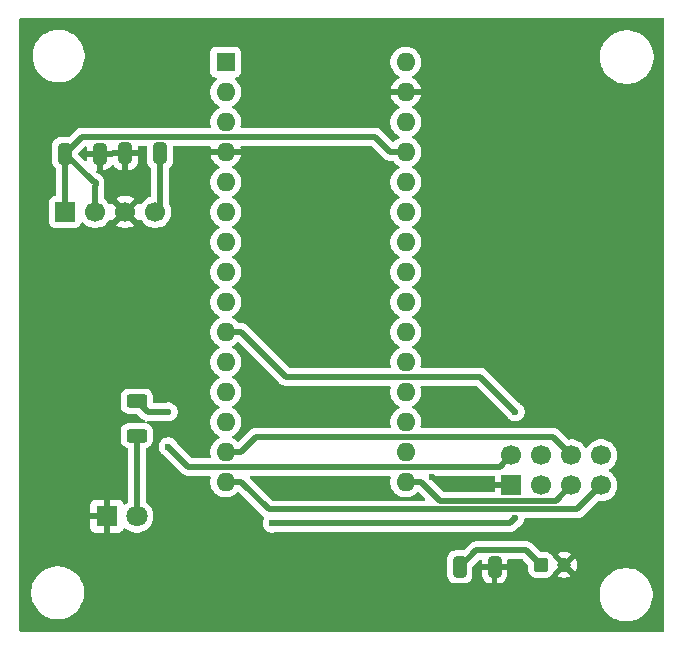
<source format=gbr>
%TF.GenerationSoftware,KiCad,Pcbnew,9.0.5*%
%TF.CreationDate,2025-11-11T16:31:37-05:00*%
%TF.ProjectId,Base_station_PCB_V0.3.1,42617365-5f73-4746-9174-696f6e5f5043,rev?*%
%TF.SameCoordinates,Original*%
%TF.FileFunction,Copper,L1,Top*%
%TF.FilePolarity,Positive*%
%FSLAX46Y46*%
G04 Gerber Fmt 4.6, Leading zero omitted, Abs format (unit mm)*
G04 Created by KiCad (PCBNEW 9.0.5) date 2025-11-11 16:31:37*
%MOMM*%
%LPD*%
G01*
G04 APERTURE LIST*
G04 Aperture macros list*
%AMRoundRect*
0 Rectangle with rounded corners*
0 $1 Rounding radius*
0 $2 $3 $4 $5 $6 $7 $8 $9 X,Y pos of 4 corners*
0 Add a 4 corners polygon primitive as box body*
4,1,4,$2,$3,$4,$5,$6,$7,$8,$9,$2,$3,0*
0 Add four circle primitives for the rounded corners*
1,1,$1+$1,$2,$3*
1,1,$1+$1,$4,$5*
1,1,$1+$1,$6,$7*
1,1,$1+$1,$8,$9*
0 Add four rect primitives between the rounded corners*
20,1,$1+$1,$2,$3,$4,$5,0*
20,1,$1+$1,$4,$5,$6,$7,0*
20,1,$1+$1,$6,$7,$8,$9,0*
20,1,$1+$1,$8,$9,$2,$3,0*%
G04 Aperture macros list end*
%TA.AperFunction,SMDPad,CuDef*%
%ADD10RoundRect,0.250000X0.625000X-0.312500X0.625000X0.312500X-0.625000X0.312500X-0.625000X-0.312500X0*%
%TD*%
%TA.AperFunction,ComponentPad*%
%ADD11R,1.800000X1.800000*%
%TD*%
%TA.AperFunction,ComponentPad*%
%ADD12C,1.800000*%
%TD*%
%TA.AperFunction,ComponentPad*%
%ADD13R,1.700000X1.700000*%
%TD*%
%TA.AperFunction,ComponentPad*%
%ADD14C,1.700000*%
%TD*%
%TA.AperFunction,ComponentPad*%
%ADD15RoundRect,0.250000X-0.350000X-0.350000X0.350000X-0.350000X0.350000X0.350000X-0.350000X0.350000X0*%
%TD*%
%TA.AperFunction,ComponentPad*%
%ADD16C,1.200000*%
%TD*%
%TA.AperFunction,SMDPad,CuDef*%
%ADD17RoundRect,0.250000X-0.325000X-0.650000X0.325000X-0.650000X0.325000X0.650000X-0.325000X0.650000X0*%
%TD*%
%TA.AperFunction,SMDPad,CuDef*%
%ADD18RoundRect,0.250000X0.325000X0.650000X-0.325000X0.650000X-0.325000X-0.650000X0.325000X-0.650000X0*%
%TD*%
%TA.AperFunction,ComponentPad*%
%ADD19R,1.600000X1.600000*%
%TD*%
%TA.AperFunction,ComponentPad*%
%ADD20O,1.600000X1.600000*%
%TD*%
%TA.AperFunction,ViaPad*%
%ADD21C,0.600000*%
%TD*%
%TA.AperFunction,Conductor*%
%ADD22C,0.500000*%
%TD*%
G04 APERTURE END LIST*
D10*
%TO.P,R1,1*%
%TO.N,Net-(D1-A)*%
X100160000Y-101072500D03*
%TO.P,R1,2*%
%TO.N,Net-(A1-D3)*%
X100160000Y-98147500D03*
%TD*%
D11*
%TO.P,D1,1,K*%
%TO.N,GND*%
X97620000Y-107890000D03*
D12*
%TO.P,D1,2,A*%
%TO.N,Net-(D1-A)*%
X100160000Y-107890000D03*
%TD*%
D13*
%TO.P,U1,1,GND*%
%TO.N,GND*%
X131850000Y-105280000D03*
D14*
%TO.P,U1,2,VCC*%
%TO.N,Net-(J1-Pin_4)*%
X131850000Y-102740000D03*
%TO.P,U1,3,CE*%
%TO.N,Net-(A1-D6)*%
X134390000Y-105280000D03*
%TO.P,U1,4,~{CSN}*%
%TO.N,Net-(A1-D7)*%
X134390000Y-102740000D03*
%TO.P,U1,5,SCK*%
%TO.N,Net-(A1-D13)*%
X136930000Y-105280000D03*
%TO.P,U1,6,MOSI*%
%TO.N,Net-(A1-D11)*%
X136930000Y-102740000D03*
%TO.P,U1,7,MISO*%
%TO.N,Net-(A1-D12)*%
X139470000Y-105280000D03*
%TO.P,U1,8,IRQ*%
%TO.N,unconnected-(U1-IRQ-Pad8)*%
X139470000Y-102740000D03*
%TD*%
D13*
%TO.P,J1,1,Pin_1*%
%TO.N,Net-(A1-+5V)*%
X94090000Y-82130000D03*
D14*
%TO.P,J1,2,Pin_2*%
X96630000Y-82130000D03*
%TO.P,J1,3,Pin_3*%
%TO.N,GND*%
X99170000Y-82130000D03*
%TO.P,J1,4,Pin_4*%
%TO.N,Net-(J1-Pin_4)*%
X101710000Y-82130000D03*
%TD*%
D15*
%TO.P,C5,1*%
%TO.N,Net-(J1-Pin_4)*%
X134360000Y-112010000D03*
D16*
%TO.P,C5,2*%
%TO.N,GND*%
X136360000Y-112010000D03*
%TD*%
D17*
%TO.P,C3,1*%
%TO.N,Net-(J1-Pin_4)*%
X127490000Y-112190000D03*
%TO.P,C3,2*%
%TO.N,GND*%
X130440000Y-112190000D03*
%TD*%
D18*
%TO.P,C2,1*%
%TO.N,Net-(J1-Pin_4)*%
X102115000Y-77160000D03*
%TO.P,C2,2*%
%TO.N,GND*%
X99165000Y-77160000D03*
%TD*%
D17*
%TO.P,C1,1*%
%TO.N,Net-(A1-+5V)*%
X94075000Y-77190000D03*
%TO.P,C1,2*%
%TO.N,GND*%
X97025000Y-77190000D03*
%TD*%
D19*
%TO.P,Ardunio Nano,1,D1/TX*%
%TO.N,unconnected-(A1-D1{slash}TX-Pad1)*%
X107680000Y-69430000D03*
D20*
%TO.P,Ardunio Nano,2,D0/RX*%
%TO.N,unconnected-(A1-D0{slash}RX-Pad2)*%
X107680000Y-71970000D03*
%TO.P,Ardunio Nano,3,~{RESET}*%
%TO.N,unconnected-(A1-~{RESET}-Pad3)*%
X107680000Y-74510000D03*
%TO.P,Ardunio Nano,4,GND*%
%TO.N,GND*%
X107680000Y-77050000D03*
%TO.P,Ardunio Nano,5,D2*%
%TO.N,unconnected-(A1-D2-Pad5)*%
X107680000Y-79590000D03*
%TO.P,Ardunio Nano,6,D3*%
%TO.N,Net-(A1-D3)*%
X107680000Y-82130000D03*
%TO.P,Ardunio Nano,7,D4*%
%TO.N,unconnected-(A1-D4-Pad7)*%
X107680000Y-84670000D03*
%TO.P,Ardunio Nano,8,D5*%
%TO.N,unconnected-(A1-D5-Pad8)*%
X107680000Y-87210000D03*
%TO.P,Ardunio Nano,9,D6*%
%TO.N,Net-(A1-D6)*%
X107680000Y-89750000D03*
%TO.P,Ardunio Nano,10,D7*%
%TO.N,Net-(A1-D7)*%
X107680000Y-92290000D03*
%TO.P,Ardunio Nano,11,D8*%
%TO.N,unconnected-(A1-D8-Pad11)*%
X107680000Y-94830000D03*
%TO.P,Ardunio Nano,12,D9*%
%TO.N,unconnected-(A1-D9-Pad12)*%
X107680000Y-97370000D03*
%TO.P,Ardunio Nano,13,D10*%
%TO.N,unconnected-(A1-D10-Pad13)*%
X107680000Y-99910000D03*
%TO.P,Ardunio Nano,14,D11*%
%TO.N,Net-(A1-D11)*%
X107680000Y-102450000D03*
%TO.P,Ardunio Nano,15,D12*%
%TO.N,Net-(A1-D12)*%
X107680000Y-104990000D03*
%TO.P,Ardunio Nano,16,D13*%
%TO.N,Net-(A1-D13)*%
X122920000Y-104990000D03*
%TO.P,Ardunio Nano,17,3V3*%
%TO.N,unconnected-(A1-3V3-Pad17)*%
X122920000Y-102450000D03*
%TO.P,Ardunio Nano,18,AREF*%
%TO.N,unconnected-(A1-AREF-Pad18)*%
X122920000Y-99910000D03*
%TO.P,Ardunio Nano,19,A0*%
%TO.N,unconnected-(A1-A0-Pad19)*%
X122920000Y-97370000D03*
%TO.P,Ardunio Nano,20,A1*%
%TO.N,unconnected-(A1-A1-Pad20)*%
X122920000Y-94830000D03*
%TO.P,Ardunio Nano,21,A2*%
%TO.N,unconnected-(A1-A2-Pad21)*%
X122920000Y-92290000D03*
%TO.P,Ardunio Nano,22,A3*%
%TO.N,unconnected-(A1-A3-Pad22)*%
X122920000Y-89750000D03*
%TO.P,Ardunio Nano,23,A4*%
%TO.N,unconnected-(A1-A4-Pad23)*%
X122920000Y-87210000D03*
%TO.P,Ardunio Nano,24,A5*%
%TO.N,unconnected-(A1-A5-Pad24)*%
X122920000Y-84670000D03*
%TO.P,Ardunio Nano,25,A6*%
%TO.N,unconnected-(A1-A6-Pad25)*%
X122920000Y-82130000D03*
%TO.P,Ardunio Nano,26,A7*%
%TO.N,unconnected-(A1-A7-Pad26)*%
X122920000Y-79590000D03*
%TO.P,Ardunio Nano,27,+5V*%
%TO.N,Net-(A1-+5V)*%
X122920000Y-77050000D03*
%TO.P,Ardunio Nano,28,~{RESET}*%
%TO.N,unconnected-(A1-~{RESET}-Pad28)*%
X122920000Y-74510000D03*
%TO.P,Ardunio Nano,29,GND*%
%TO.N,GND*%
X122920000Y-71970000D03*
%TO.P,Ardunio Nano,30,VIN*%
%TO.N,unconnected-(A1-VIN-Pad30)*%
X122920000Y-69430000D03*
%TD*%
D21*
%TO.N,GND*%
X143460000Y-103660000D03*
X117560000Y-105930000D03*
X119920000Y-98640000D03*
X113810000Y-98600000D03*
X126870000Y-98880000D03*
X102390000Y-111130000D03*
X112030000Y-87880000D03*
X132180000Y-79700000D03*
X127240000Y-92650000D03*
X141470000Y-93930000D03*
X141530000Y-79150000D03*
X136640000Y-85870000D03*
X93250000Y-107800000D03*
X119270000Y-79400000D03*
X119730000Y-90480000D03*
X111940000Y-79120000D03*
X115510000Y-71160000D03*
X92890000Y-73260000D03*
X99390000Y-71340000D03*
X99570000Y-88650000D03*
X95730000Y-88560000D03*
X94440000Y-103030000D03*
X124030000Y-114480000D03*
X114140000Y-114850000D03*
X101960000Y-114480000D03*
X127550000Y-85360000D03*
X136130000Y-72810000D03*
X127220000Y-73080000D03*
X125110000Y-104570000D03*
X127070000Y-105150000D03*
%TO.N,Net-(A1-D3)*%
X102823300Y-99066800D03*
%TO.N,Net-(J1-Pin_4)*%
X102823300Y-102019600D03*
%TO.N,Net-(A1-D7)*%
X132208300Y-99066800D03*
%TO.N,Net-(A1-D6)*%
X111638800Y-108487600D03*
X132140400Y-108081900D03*
%TO.N,GND*%
X128950000Y-105120000D03*
%TD*%
D22*
%TO.N,Net-(A1-+5V)*%
X96630000Y-79910000D02*
X96630000Y-82130000D01*
X96660000Y-79610000D02*
X96660000Y-79880000D01*
X96660000Y-79880000D02*
X96630000Y-79910000D01*
X96495000Y-79610000D02*
X96660000Y-79610000D01*
X94075000Y-77190000D02*
X96495000Y-79610000D01*
%TO.N,Net-(D1-A)*%
X100160000Y-107890000D02*
X100160000Y-101072500D01*
%TO.N,Net-(A1-D3)*%
X101079300Y-99066800D02*
X100160000Y-98147500D01*
X102823300Y-99066800D02*
X101079300Y-99066800D01*
%TO.N,Net-(J1-Pin_4)*%
X102115000Y-81725000D02*
X102115000Y-77160000D01*
X101710000Y-82130000D02*
X102115000Y-81725000D01*
X130870000Y-103720000D02*
X131850000Y-102740000D01*
X104523700Y-103720000D02*
X130870000Y-103720000D01*
X102823300Y-102019600D02*
X104523700Y-103720000D01*
%TO.N,Net-(A1-D11)*%
X135370100Y-101180100D02*
X136930000Y-102740000D01*
X110249900Y-101180100D02*
X135370100Y-101180100D01*
X108980000Y-102450000D02*
X110249900Y-101180100D01*
X107680000Y-102450000D02*
X108980000Y-102450000D01*
%TO.N,Net-(A1-D12)*%
X137426300Y-107323700D02*
X139470000Y-105280000D01*
X111313700Y-107323700D02*
X137426300Y-107323700D01*
X108980000Y-104990000D02*
X111313700Y-107323700D01*
X107680000Y-104990000D02*
X108980000Y-104990000D01*
%TO.N,Net-(A1-D13)*%
X125826600Y-106596600D02*
X124220000Y-104990000D01*
X135613400Y-106596600D02*
X125826600Y-106596600D01*
X136930000Y-105280000D02*
X135613400Y-106596600D01*
X122920000Y-104990000D02*
X124220000Y-104990000D01*
%TO.N,Net-(A1-D7)*%
X112790000Y-96100000D02*
X108980000Y-92290000D01*
X129241500Y-96100000D02*
X112790000Y-96100000D01*
X132208300Y-99066800D02*
X129241500Y-96100000D01*
X107680000Y-92290000D02*
X108980000Y-92290000D01*
%TO.N,Net-(A1-+5V)*%
X95485000Y-75780000D02*
X94075000Y-77190000D01*
X120350000Y-75780000D02*
X95485000Y-75780000D01*
X121620000Y-77050000D02*
X120350000Y-75780000D01*
X122920000Y-77050000D02*
X121620000Y-77050000D01*
X94090000Y-77205000D02*
X94075000Y-77190000D01*
X94090000Y-82130000D02*
X94090000Y-77205000D01*
%TO.N,Net-(A1-D6)*%
X131734700Y-108487600D02*
X111638800Y-108487600D01*
X132140400Y-108081900D02*
X131734700Y-108487600D01*
%TO.N,Net-(J1-Pin_4)*%
X134360000Y-112010000D02*
X133130600Y-110780600D01*
X128899400Y-110780600D02*
X127490000Y-112190000D01*
X133130600Y-110780600D02*
X128899400Y-110780600D01*
%TD*%
%TA.AperFunction,Conductor*%
%TO.N,GND*%
G36*
X121617737Y-104490185D02*
G01*
X121663492Y-104542989D01*
X121673436Y-104612147D01*
X121668629Y-104632819D01*
X121651522Y-104685465D01*
X121619500Y-104887648D01*
X121619500Y-105092351D01*
X121651522Y-105294534D01*
X121714781Y-105489223D01*
X121807715Y-105671613D01*
X121928028Y-105837213D01*
X122072786Y-105981971D01*
X122227749Y-106094556D01*
X122238390Y-106102287D01*
X122351238Y-106159786D01*
X122420776Y-106195218D01*
X122420778Y-106195218D01*
X122420781Y-106195220D01*
X122525137Y-106229127D01*
X122615465Y-106258477D01*
X122716557Y-106274488D01*
X122817648Y-106290500D01*
X122817649Y-106290500D01*
X123022351Y-106290500D01*
X123022352Y-106290500D01*
X123224534Y-106258477D01*
X123419219Y-106195220D01*
X123601610Y-106102287D01*
X123767219Y-105981966D01*
X123871230Y-105877954D01*
X123932549Y-105844472D01*
X124002241Y-105849456D01*
X124046589Y-105877957D01*
X124328424Y-106159792D01*
X124530152Y-106361519D01*
X124563637Y-106422842D01*
X124558653Y-106492533D01*
X124516782Y-106548467D01*
X124451317Y-106572884D01*
X124442471Y-106573200D01*
X111675929Y-106573200D01*
X111608890Y-106553515D01*
X111588248Y-106536881D01*
X109733549Y-104682181D01*
X109700064Y-104620858D01*
X109705048Y-104551166D01*
X109746920Y-104495233D01*
X109812384Y-104470816D01*
X109821230Y-104470500D01*
X121550698Y-104470500D01*
X121617737Y-104490185D01*
G37*
%TD.AperFunction*%
%TA.AperFunction,Conductor*%
G36*
X130443039Y-104490185D02*
G01*
X130488794Y-104542989D01*
X130500000Y-104594500D01*
X130500000Y-105030000D01*
X131416988Y-105030000D01*
X131384075Y-105087007D01*
X131350000Y-105214174D01*
X131350000Y-105345826D01*
X131384075Y-105472993D01*
X131416988Y-105530000D01*
X130500000Y-105530000D01*
X130500000Y-105722100D01*
X130480315Y-105789139D01*
X130427511Y-105834894D01*
X130376000Y-105846100D01*
X126188829Y-105846100D01*
X126121790Y-105826415D01*
X126101148Y-105809781D01*
X124973549Y-104682181D01*
X124940064Y-104620858D01*
X124945048Y-104551166D01*
X124986920Y-104495233D01*
X125052384Y-104470816D01*
X125061230Y-104470500D01*
X130376000Y-104470500D01*
X130443039Y-104490185D01*
G37*
%TD.AperFunction*%
%TA.AperFunction,Conductor*%
G36*
X108762241Y-93149456D02*
G01*
X108806589Y-93177957D01*
X112207049Y-96578416D01*
X112311584Y-96682951D01*
X112311587Y-96682953D01*
X112311588Y-96682954D01*
X112434503Y-96765083D01*
X112434506Y-96765085D01*
X112484665Y-96785861D01*
X112491080Y-96788518D01*
X112571088Y-96821659D01*
X112687241Y-96844763D01*
X112710380Y-96849365D01*
X112716081Y-96850500D01*
X112716082Y-96850500D01*
X112716083Y-96850500D01*
X112863918Y-96850500D01*
X121550698Y-96850500D01*
X121617737Y-96870185D01*
X121663492Y-96922989D01*
X121673436Y-96992147D01*
X121668629Y-97012819D01*
X121651522Y-97065465D01*
X121619500Y-97267648D01*
X121619500Y-97472351D01*
X121651522Y-97674534D01*
X121714781Y-97869223D01*
X121807715Y-98051613D01*
X121928028Y-98217213D01*
X122072786Y-98361971D01*
X122187086Y-98445013D01*
X122238390Y-98482287D01*
X122329840Y-98528883D01*
X122331080Y-98529515D01*
X122381876Y-98577490D01*
X122398671Y-98645311D01*
X122376134Y-98711446D01*
X122331080Y-98750485D01*
X122238386Y-98797715D01*
X122072786Y-98918028D01*
X121928028Y-99062786D01*
X121807715Y-99228386D01*
X121714781Y-99410776D01*
X121651522Y-99605465D01*
X121619500Y-99807648D01*
X121619500Y-100012351D01*
X121651523Y-100214535D01*
X121651523Y-100214538D01*
X121668661Y-100267282D01*
X121670656Y-100337123D01*
X121634575Y-100396956D01*
X121571874Y-100427784D01*
X121550730Y-100429600D01*
X110175980Y-100429600D01*
X110030992Y-100458440D01*
X110030982Y-100458443D01*
X109894408Y-100515013D01*
X109845367Y-100547782D01*
X109845366Y-100547781D01*
X109771489Y-100597144D01*
X109771481Y-100597150D01*
X108806589Y-101562042D01*
X108745266Y-101595527D01*
X108675574Y-101590543D01*
X108631227Y-101562042D01*
X108527213Y-101458028D01*
X108361614Y-101337715D01*
X108307630Y-101310209D01*
X108268917Y-101290483D01*
X108218123Y-101242511D01*
X108201328Y-101174690D01*
X108223865Y-101108555D01*
X108268917Y-101069516D01*
X108361610Y-101022287D01*
X108382770Y-101006913D01*
X108527213Y-100901971D01*
X108527215Y-100901968D01*
X108527219Y-100901966D01*
X108671966Y-100757219D01*
X108671968Y-100757215D01*
X108671971Y-100757213D01*
X108780957Y-100607204D01*
X108792287Y-100591610D01*
X108885220Y-100409219D01*
X108948477Y-100214534D01*
X108980500Y-100012352D01*
X108980500Y-99807648D01*
X108948477Y-99605466D01*
X108939256Y-99577088D01*
X108896658Y-99445985D01*
X108885220Y-99410781D01*
X108885218Y-99410778D01*
X108885218Y-99410776D01*
X108851503Y-99344607D01*
X108792287Y-99228390D01*
X108771659Y-99199998D01*
X108671971Y-99062786D01*
X108527213Y-98918028D01*
X108361614Y-98797715D01*
X108325533Y-98779331D01*
X108268917Y-98750483D01*
X108218123Y-98702511D01*
X108201328Y-98634690D01*
X108223865Y-98568555D01*
X108268917Y-98529516D01*
X108361610Y-98482287D01*
X108412914Y-98445013D01*
X108527213Y-98361971D01*
X108527215Y-98361968D01*
X108527219Y-98361966D01*
X108671966Y-98217219D01*
X108671968Y-98217215D01*
X108671971Y-98217213D01*
X108724732Y-98144590D01*
X108792287Y-98051610D01*
X108885220Y-97869219D01*
X108948477Y-97674534D01*
X108980500Y-97472352D01*
X108980500Y-97267648D01*
X108948477Y-97065466D01*
X108885220Y-96870781D01*
X108885218Y-96870778D01*
X108885218Y-96870776D01*
X108831365Y-96765085D01*
X108792287Y-96688390D01*
X108784556Y-96677749D01*
X108671971Y-96522786D01*
X108527213Y-96378028D01*
X108361614Y-96257715D01*
X108355006Y-96254348D01*
X108268917Y-96210483D01*
X108218123Y-96162511D01*
X108201328Y-96094690D01*
X108223865Y-96028555D01*
X108268917Y-95989516D01*
X108361610Y-95942287D01*
X108382770Y-95926913D01*
X108527213Y-95821971D01*
X108527215Y-95821968D01*
X108527219Y-95821966D01*
X108671966Y-95677219D01*
X108671968Y-95677215D01*
X108671971Y-95677213D01*
X108724732Y-95604590D01*
X108792287Y-95511610D01*
X108885220Y-95329219D01*
X108948477Y-95134534D01*
X108980500Y-94932352D01*
X108980500Y-94727648D01*
X108948477Y-94525466D01*
X108885220Y-94330781D01*
X108885218Y-94330778D01*
X108885218Y-94330776D01*
X108851503Y-94264607D01*
X108792287Y-94148390D01*
X108784556Y-94137749D01*
X108671971Y-93982786D01*
X108527213Y-93838028D01*
X108361614Y-93717715D01*
X108355006Y-93714348D01*
X108268917Y-93670483D01*
X108218123Y-93622511D01*
X108201328Y-93554690D01*
X108223865Y-93488555D01*
X108268917Y-93449516D01*
X108361610Y-93402287D01*
X108527219Y-93281966D01*
X108631230Y-93177954D01*
X108692549Y-93144472D01*
X108762241Y-93149456D01*
G37*
%TD.AperFunction*%
%TA.AperFunction,Conductor*%
G36*
X120054809Y-76550185D02*
G01*
X120075451Y-76566819D01*
X121037049Y-77528416D01*
X121141584Y-77632951D01*
X121141585Y-77632952D01*
X121264498Y-77715080D01*
X121264511Y-77715087D01*
X121400247Y-77771310D01*
X121401087Y-77771658D01*
X121401091Y-77771658D01*
X121401092Y-77771659D01*
X121546079Y-77800500D01*
X121546082Y-77800500D01*
X121794582Y-77800500D01*
X121861621Y-77820185D01*
X121894900Y-77851615D01*
X121928028Y-77897212D01*
X121928032Y-77897217D01*
X122072786Y-78041971D01*
X122193036Y-78129336D01*
X122238390Y-78162287D01*
X122329840Y-78208883D01*
X122331080Y-78209515D01*
X122381876Y-78257490D01*
X122398671Y-78325311D01*
X122376134Y-78391446D01*
X122331080Y-78430485D01*
X122238386Y-78477715D01*
X122072786Y-78598028D01*
X121928028Y-78742786D01*
X121807715Y-78908386D01*
X121714781Y-79090776D01*
X121651522Y-79285465D01*
X121619500Y-79487648D01*
X121619500Y-79692351D01*
X121651522Y-79894534D01*
X121714781Y-80089223D01*
X121807715Y-80271613D01*
X121928028Y-80437213D01*
X122072786Y-80581971D01*
X122227749Y-80694556D01*
X122238390Y-80702287D01*
X122297037Y-80732169D01*
X122331080Y-80749515D01*
X122381876Y-80797490D01*
X122398671Y-80865311D01*
X122376134Y-80931446D01*
X122331080Y-80970485D01*
X122238386Y-81017715D01*
X122072786Y-81138028D01*
X121928028Y-81282786D01*
X121807715Y-81448386D01*
X121714781Y-81630776D01*
X121651522Y-81825465D01*
X121619500Y-82027648D01*
X121619500Y-82232351D01*
X121651522Y-82434534D01*
X121714781Y-82629223D01*
X121807715Y-82811613D01*
X121928028Y-82977213D01*
X122072786Y-83121971D01*
X122210928Y-83222335D01*
X122238390Y-83242287D01*
X122321477Y-83284622D01*
X122331080Y-83289515D01*
X122381876Y-83337490D01*
X122398671Y-83405311D01*
X122376134Y-83471446D01*
X122331080Y-83510485D01*
X122238386Y-83557715D01*
X122072786Y-83678028D01*
X121928028Y-83822786D01*
X121807715Y-83988386D01*
X121714781Y-84170776D01*
X121651522Y-84365465D01*
X121619500Y-84567648D01*
X121619500Y-84772351D01*
X121651522Y-84974534D01*
X121714781Y-85169223D01*
X121807715Y-85351613D01*
X121928028Y-85517213D01*
X122072786Y-85661971D01*
X122227749Y-85774556D01*
X122238390Y-85782287D01*
X122329840Y-85828883D01*
X122331080Y-85829515D01*
X122381876Y-85877490D01*
X122398671Y-85945311D01*
X122376134Y-86011446D01*
X122331080Y-86050485D01*
X122238386Y-86097715D01*
X122072786Y-86218028D01*
X121928028Y-86362786D01*
X121807715Y-86528386D01*
X121714781Y-86710776D01*
X121651522Y-86905465D01*
X121619500Y-87107648D01*
X121619500Y-87312351D01*
X121651522Y-87514534D01*
X121714781Y-87709223D01*
X121807715Y-87891613D01*
X121928028Y-88057213D01*
X122072786Y-88201971D01*
X122227749Y-88314556D01*
X122238390Y-88322287D01*
X122329840Y-88368883D01*
X122331080Y-88369515D01*
X122381876Y-88417490D01*
X122398671Y-88485311D01*
X122376134Y-88551446D01*
X122331080Y-88590485D01*
X122238386Y-88637715D01*
X122072786Y-88758028D01*
X121928028Y-88902786D01*
X121807715Y-89068386D01*
X121714781Y-89250776D01*
X121651522Y-89445465D01*
X121619500Y-89647648D01*
X121619500Y-89852351D01*
X121651522Y-90054534D01*
X121714781Y-90249223D01*
X121807715Y-90431613D01*
X121928028Y-90597213D01*
X122072786Y-90741971D01*
X122227749Y-90854556D01*
X122238390Y-90862287D01*
X122329840Y-90908883D01*
X122331080Y-90909515D01*
X122381876Y-90957490D01*
X122398671Y-91025311D01*
X122376134Y-91091446D01*
X122331080Y-91130485D01*
X122238386Y-91177715D01*
X122072786Y-91298028D01*
X121928028Y-91442786D01*
X121807715Y-91608386D01*
X121714781Y-91790776D01*
X121651522Y-91985465D01*
X121619500Y-92187648D01*
X121619500Y-92392351D01*
X121651522Y-92594534D01*
X121714781Y-92789223D01*
X121807715Y-92971613D01*
X121928028Y-93137213D01*
X122072786Y-93281971D01*
X122227749Y-93394556D01*
X122238390Y-93402287D01*
X122329840Y-93448883D01*
X122331080Y-93449515D01*
X122381876Y-93497490D01*
X122398671Y-93565311D01*
X122376134Y-93631446D01*
X122331080Y-93670485D01*
X122238386Y-93717715D01*
X122072786Y-93838028D01*
X121928028Y-93982786D01*
X121807715Y-94148386D01*
X121714781Y-94330776D01*
X121651522Y-94525465D01*
X121619500Y-94727648D01*
X121619500Y-94932351D01*
X121651522Y-95134534D01*
X121668629Y-95187181D01*
X121670624Y-95257023D01*
X121634544Y-95316856D01*
X121571843Y-95347684D01*
X121550698Y-95349500D01*
X113152229Y-95349500D01*
X113085190Y-95329815D01*
X113064548Y-95313181D01*
X109458415Y-91707047D01*
X109458413Y-91707045D01*
X109409179Y-91674150D01*
X109376355Y-91652218D01*
X109335495Y-91624916D01*
X109335494Y-91624915D01*
X109335492Y-91624914D01*
X109335490Y-91624913D01*
X109198917Y-91568343D01*
X109198907Y-91568340D01*
X109053920Y-91539500D01*
X109053918Y-91539500D01*
X108805418Y-91539500D01*
X108738379Y-91519815D01*
X108705100Y-91488385D01*
X108671971Y-91442787D01*
X108671967Y-91442782D01*
X108527213Y-91298028D01*
X108361614Y-91177715D01*
X108355006Y-91174348D01*
X108268917Y-91130483D01*
X108218123Y-91082511D01*
X108201328Y-91014690D01*
X108223865Y-90948555D01*
X108268917Y-90909516D01*
X108361610Y-90862287D01*
X108382770Y-90846913D01*
X108527213Y-90741971D01*
X108527215Y-90741968D01*
X108527219Y-90741966D01*
X108671966Y-90597219D01*
X108671968Y-90597215D01*
X108671971Y-90597213D01*
X108724732Y-90524590D01*
X108792287Y-90431610D01*
X108885220Y-90249219D01*
X108948477Y-90054534D01*
X108980500Y-89852352D01*
X108980500Y-89647648D01*
X108948477Y-89445466D01*
X108885220Y-89250781D01*
X108885218Y-89250778D01*
X108885218Y-89250776D01*
X108851503Y-89184607D01*
X108792287Y-89068390D01*
X108784556Y-89057749D01*
X108671971Y-88902786D01*
X108527213Y-88758028D01*
X108361614Y-88637715D01*
X108355006Y-88634348D01*
X108268917Y-88590483D01*
X108218123Y-88542511D01*
X108201328Y-88474690D01*
X108223865Y-88408555D01*
X108268917Y-88369516D01*
X108361610Y-88322287D01*
X108382770Y-88306913D01*
X108527213Y-88201971D01*
X108527215Y-88201968D01*
X108527219Y-88201966D01*
X108671966Y-88057219D01*
X108671968Y-88057215D01*
X108671971Y-88057213D01*
X108724732Y-87984590D01*
X108792287Y-87891610D01*
X108885220Y-87709219D01*
X108948477Y-87514534D01*
X108980500Y-87312352D01*
X108980500Y-87107648D01*
X108948477Y-86905466D01*
X108885220Y-86710781D01*
X108885218Y-86710778D01*
X108885218Y-86710776D01*
X108851503Y-86644607D01*
X108792287Y-86528390D01*
X108784556Y-86517749D01*
X108671971Y-86362786D01*
X108527213Y-86218028D01*
X108361614Y-86097715D01*
X108355006Y-86094348D01*
X108268917Y-86050483D01*
X108218123Y-86002511D01*
X108201328Y-85934690D01*
X108223865Y-85868555D01*
X108268917Y-85829516D01*
X108361610Y-85782287D01*
X108382770Y-85766913D01*
X108527213Y-85661971D01*
X108527215Y-85661968D01*
X108527219Y-85661966D01*
X108671966Y-85517219D01*
X108671968Y-85517215D01*
X108671971Y-85517213D01*
X108724732Y-85444590D01*
X108792287Y-85351610D01*
X108885220Y-85169219D01*
X108948477Y-84974534D01*
X108980500Y-84772352D01*
X108980500Y-84567648D01*
X108948477Y-84365466D01*
X108885220Y-84170781D01*
X108885218Y-84170778D01*
X108885218Y-84170776D01*
X108851503Y-84104607D01*
X108792287Y-83988390D01*
X108784556Y-83977749D01*
X108671971Y-83822786D01*
X108527213Y-83678028D01*
X108361614Y-83557715D01*
X108355006Y-83554348D01*
X108268917Y-83510483D01*
X108218123Y-83462511D01*
X108201328Y-83394690D01*
X108223865Y-83328555D01*
X108268917Y-83289516D01*
X108361610Y-83242287D01*
X108389081Y-83222328D01*
X108527213Y-83121971D01*
X108527215Y-83121968D01*
X108527219Y-83121966D01*
X108671966Y-82977219D01*
X108671968Y-82977215D01*
X108671971Y-82977213D01*
X108773244Y-82837820D01*
X108792287Y-82811610D01*
X108885220Y-82629219D01*
X108948477Y-82434534D01*
X108980500Y-82232352D01*
X108980500Y-82027648D01*
X108948477Y-81825466D01*
X108947673Y-81822993D01*
X108885218Y-81630776D01*
X108818118Y-81499087D01*
X108792287Y-81448390D01*
X108780010Y-81431492D01*
X108671971Y-81282786D01*
X108527213Y-81138028D01*
X108361614Y-81017715D01*
X108338543Y-81005960D01*
X108268917Y-80970483D01*
X108218123Y-80922511D01*
X108201328Y-80854690D01*
X108223865Y-80788555D01*
X108268917Y-80749516D01*
X108361610Y-80702287D01*
X108382770Y-80686913D01*
X108527213Y-80581971D01*
X108527215Y-80581968D01*
X108527219Y-80581966D01*
X108671966Y-80437219D01*
X108671968Y-80437215D01*
X108671971Y-80437213D01*
X108724732Y-80364590D01*
X108792287Y-80271610D01*
X108885220Y-80089219D01*
X108948477Y-79894534D01*
X108980500Y-79692352D01*
X108980500Y-79487648D01*
X108948477Y-79285466D01*
X108885220Y-79090781D01*
X108885218Y-79090778D01*
X108885218Y-79090776D01*
X108810899Y-78944919D01*
X108792287Y-78908390D01*
X108752168Y-78853170D01*
X108671971Y-78742786D01*
X108527213Y-78598028D01*
X108361611Y-78477713D01*
X108268369Y-78430203D01*
X108217574Y-78382229D01*
X108200779Y-78314407D01*
X108223317Y-78248273D01*
X108268371Y-78209234D01*
X108361347Y-78161861D01*
X108526894Y-78041582D01*
X108526895Y-78041582D01*
X108671582Y-77896895D01*
X108671582Y-77896894D01*
X108791859Y-77731349D01*
X108884755Y-77549029D01*
X108947990Y-77354413D01*
X108956609Y-77300000D01*
X108113012Y-77300000D01*
X108145925Y-77242993D01*
X108180000Y-77115826D01*
X108180000Y-76984174D01*
X108145925Y-76857007D01*
X108113012Y-76800000D01*
X108956609Y-76800000D01*
X108947990Y-76745588D01*
X108930845Y-76692819D01*
X108928850Y-76622977D01*
X108964930Y-76563144D01*
X109027631Y-76532316D01*
X109048776Y-76530500D01*
X119987770Y-76530500D01*
X120054809Y-76550185D01*
G37*
%TD.AperFunction*%
%TA.AperFunction,Conductor*%
G36*
X100982539Y-76550185D02*
G01*
X101028294Y-76602989D01*
X101039500Y-76654500D01*
X101039500Y-77860001D01*
X101039501Y-77860018D01*
X101050000Y-77962796D01*
X101050001Y-77962799D01*
X101105115Y-78129119D01*
X101105186Y-78129334D01*
X101197096Y-78278345D01*
X101197289Y-78278657D01*
X101326451Y-78407819D01*
X101324559Y-78409710D01*
X101357774Y-78456583D01*
X101364500Y-78496867D01*
X101364500Y-80732169D01*
X101344815Y-80799208D01*
X101292011Y-80844963D01*
X101278823Y-80850098D01*
X101249577Y-80859600D01*
X101191583Y-80878444D01*
X101002179Y-80974951D01*
X100830213Y-81099890D01*
X100679890Y-81250213D01*
X100554949Y-81422182D01*
X100550202Y-81431499D01*
X100502227Y-81482293D01*
X100434405Y-81499087D01*
X100368271Y-81476548D01*
X100329234Y-81431495D01*
X100324626Y-81422452D01*
X100285270Y-81368282D01*
X100285269Y-81368282D01*
X99652962Y-82000590D01*
X99635925Y-81937007D01*
X99570099Y-81822993D01*
X99477007Y-81729901D01*
X99362993Y-81664075D01*
X99299409Y-81647037D01*
X99931716Y-81014728D01*
X99877550Y-80975375D01*
X99688217Y-80878904D01*
X99486129Y-80813242D01*
X99276246Y-80780000D01*
X99063754Y-80780000D01*
X98853872Y-80813242D01*
X98853869Y-80813242D01*
X98651782Y-80878904D01*
X98462439Y-80975380D01*
X98408282Y-81014727D01*
X98408282Y-81014728D01*
X99040591Y-81647037D01*
X98977007Y-81664075D01*
X98862993Y-81729901D01*
X98769901Y-81822993D01*
X98704075Y-81937007D01*
X98687037Y-82000591D01*
X98054728Y-81368282D01*
X98054727Y-81368282D01*
X98015380Y-81422440D01*
X98015376Y-81422446D01*
X98010760Y-81431505D01*
X97962781Y-81482297D01*
X97894959Y-81499087D01*
X97828826Y-81476543D01*
X97789794Y-81431493D01*
X97785051Y-81422184D01*
X97785049Y-81422181D01*
X97785048Y-81422179D01*
X97660109Y-81250213D01*
X97563498Y-81153602D01*
X97509792Y-81099896D01*
X97428226Y-81040635D01*
X97425017Y-81037955D01*
X97407826Y-81012248D01*
X97388949Y-80987767D01*
X97387969Y-80982553D01*
X97386179Y-80979875D01*
X97386040Y-80972280D01*
X97380500Y-80942779D01*
X97380500Y-80116946D01*
X97382883Y-80092754D01*
X97383586Y-80089223D01*
X97410500Y-79953918D01*
X97410500Y-79806083D01*
X97410500Y-79536082D01*
X97410500Y-79536079D01*
X97381659Y-79391092D01*
X97381658Y-79391091D01*
X97381658Y-79391087D01*
X97381656Y-79391082D01*
X97325087Y-79254511D01*
X97325080Y-79254498D01*
X97242951Y-79131584D01*
X97242948Y-79131580D01*
X97138419Y-79027051D01*
X97138415Y-79027048D01*
X97015501Y-78944919D01*
X97015488Y-78944912D01*
X96878915Y-78888342D01*
X96878910Y-78888341D01*
X96860622Y-78884703D01*
X96843866Y-78875937D01*
X96825389Y-78871918D01*
X96800346Y-78853170D01*
X96798712Y-78852316D01*
X96797135Y-78850767D01*
X96743364Y-78796996D01*
X96709879Y-78735673D01*
X96714863Y-78665981D01*
X96743364Y-78621633D01*
X96775000Y-78589997D01*
X96775000Y-77440000D01*
X97275000Y-77440000D01*
X97275000Y-78589999D01*
X97399972Y-78589999D01*
X97399986Y-78589998D01*
X97502697Y-78579505D01*
X97669119Y-78524358D01*
X97669124Y-78524356D01*
X97818345Y-78432315D01*
X97942317Y-78308343D01*
X97998713Y-78216911D01*
X98050661Y-78170186D01*
X98119623Y-78158963D01*
X98183706Y-78186807D01*
X98209791Y-78216911D01*
X98247682Y-78278343D01*
X98371654Y-78402315D01*
X98520875Y-78494356D01*
X98520880Y-78494358D01*
X98687302Y-78549505D01*
X98687309Y-78549506D01*
X98790019Y-78559999D01*
X98914999Y-78559999D01*
X99415000Y-78559999D01*
X99539972Y-78559999D01*
X99539986Y-78559998D01*
X99642697Y-78549505D01*
X99809119Y-78494358D01*
X99809124Y-78494356D01*
X99958345Y-78402315D01*
X100082315Y-78278345D01*
X100174356Y-78129124D01*
X100174358Y-78129119D01*
X100229505Y-77962697D01*
X100229506Y-77962690D01*
X100239999Y-77859986D01*
X100240000Y-77859973D01*
X100240000Y-77410000D01*
X99415000Y-77410000D01*
X99415000Y-78559999D01*
X98914999Y-78559999D01*
X98915000Y-78559998D01*
X98915000Y-77410000D01*
X98224747Y-77410000D01*
X98174996Y-77437166D01*
X98148638Y-77440000D01*
X97275000Y-77440000D01*
X96775000Y-77440000D01*
X95950001Y-77440000D01*
X95950001Y-77704271D01*
X95930316Y-77771310D01*
X95877512Y-77817065D01*
X95808354Y-77827009D01*
X95744798Y-77797984D01*
X95738320Y-77791952D01*
X95224048Y-77277680D01*
X95190563Y-77216357D01*
X95195547Y-77146665D01*
X95224046Y-77102320D01*
X95738319Y-76588048D01*
X95799642Y-76554563D01*
X95869334Y-76559547D01*
X95925267Y-76601419D01*
X95949684Y-76666883D01*
X95950000Y-76675729D01*
X95950000Y-76940000D01*
X97965253Y-76940000D01*
X98015004Y-76912834D01*
X98041362Y-76910000D01*
X100239999Y-76910000D01*
X100239999Y-76654500D01*
X100259684Y-76587461D01*
X100312488Y-76541706D01*
X100363999Y-76530500D01*
X100915500Y-76530500D01*
X100982539Y-76550185D01*
G37*
%TD.AperFunction*%
%TA.AperFunction,Conductor*%
G36*
X144772539Y-65730185D02*
G01*
X144818294Y-65782989D01*
X144829500Y-65834500D01*
X144829500Y-117535500D01*
X144809815Y-117602539D01*
X144757011Y-117648294D01*
X144705500Y-117659500D01*
X90324500Y-117659500D01*
X90257461Y-117639815D01*
X90211706Y-117587011D01*
X90200500Y-117535500D01*
X90200500Y-114222989D01*
X91207174Y-114222989D01*
X91207174Y-114517010D01*
X91225987Y-114659899D01*
X91245550Y-114808492D01*
X91252082Y-114832869D01*
X91321643Y-115092478D01*
X91434149Y-115364093D01*
X91434156Y-115364108D01*
X91581156Y-115618720D01*
X91760134Y-115851969D01*
X91760140Y-115851976D01*
X91968023Y-116059859D01*
X91968030Y-116059865D01*
X92201279Y-116238843D01*
X92455891Y-116385843D01*
X92455906Y-116385850D01*
X92596372Y-116444032D01*
X92727520Y-116498356D01*
X93011508Y-116574450D01*
X93302997Y-116612826D01*
X93303004Y-116612826D01*
X93596996Y-116612826D01*
X93597003Y-116612826D01*
X93888492Y-116574450D01*
X94172480Y-116498356D01*
X94444105Y-116385845D01*
X94698721Y-116238843D01*
X94931971Y-116059864D01*
X95139864Y-115851971D01*
X95318843Y-115618721D01*
X95465845Y-115364105D01*
X95578356Y-115092480D01*
X95654450Y-114808492D01*
X95692826Y-114517003D01*
X95692826Y-114392169D01*
X139334450Y-114392169D01*
X139334450Y-114687830D01*
X139334451Y-114687846D01*
X139373042Y-114980978D01*
X139449569Y-115266581D01*
X139562715Y-115539738D01*
X139562719Y-115539748D01*
X139710553Y-115795804D01*
X139890547Y-116030377D01*
X139890553Y-116030384D01*
X140099615Y-116239446D01*
X140099622Y-116239452D01*
X140334195Y-116419446D01*
X140590251Y-116567280D01*
X140590252Y-116567280D01*
X140590255Y-116567282D01*
X140700206Y-116612825D01*
X140863418Y-116680430D01*
X140863419Y-116680430D01*
X140863421Y-116680431D01*
X141149020Y-116756957D01*
X141442163Y-116795550D01*
X141442170Y-116795550D01*
X141737830Y-116795550D01*
X141737837Y-116795550D01*
X142030980Y-116756957D01*
X142316579Y-116680431D01*
X142589745Y-116567282D01*
X142845805Y-116419446D01*
X143080379Y-116239451D01*
X143289451Y-116030379D01*
X143469446Y-115795805D01*
X143617282Y-115539745D01*
X143730431Y-115266579D01*
X143806957Y-114980980D01*
X143845550Y-114687837D01*
X143845550Y-114392163D01*
X143806957Y-114099020D01*
X143730431Y-113813421D01*
X143617282Y-113540255D01*
X143551148Y-113425708D01*
X143469446Y-113284195D01*
X143289452Y-113049622D01*
X143289446Y-113049615D01*
X143080384Y-112840553D01*
X143080377Y-112840547D01*
X142845804Y-112660553D01*
X142589748Y-112512719D01*
X142589738Y-112512715D01*
X142316581Y-112399569D01*
X142030978Y-112323042D01*
X141737846Y-112284451D01*
X141737843Y-112284450D01*
X141737837Y-112284450D01*
X141442163Y-112284450D01*
X141442157Y-112284450D01*
X141442153Y-112284451D01*
X141149021Y-112323042D01*
X140863418Y-112399569D01*
X140590261Y-112512715D01*
X140590251Y-112512719D01*
X140334195Y-112660553D01*
X140099622Y-112840547D01*
X140099615Y-112840553D01*
X139890553Y-113049615D01*
X139890547Y-113049622D01*
X139710553Y-113284195D01*
X139562719Y-113540251D01*
X139562715Y-113540261D01*
X139449569Y-113813418D01*
X139373042Y-114099021D01*
X139334451Y-114392153D01*
X139334450Y-114392169D01*
X95692826Y-114392169D01*
X95692826Y-114222997D01*
X95654450Y-113931508D01*
X95578356Y-113647520D01*
X95504957Y-113470320D01*
X95465850Y-113375906D01*
X95465843Y-113375891D01*
X95318843Y-113121279D01*
X95139865Y-112888030D01*
X95139859Y-112888023D01*
X94931976Y-112680140D01*
X94931969Y-112680134D01*
X94698720Y-112501156D01*
X94444108Y-112354156D01*
X94444093Y-112354149D01*
X94172478Y-112241643D01*
X93995434Y-112194205D01*
X93888492Y-112165550D01*
X93823716Y-112157022D01*
X93597010Y-112127174D01*
X93597003Y-112127174D01*
X93302997Y-112127174D01*
X93302989Y-112127174D01*
X93052220Y-112160190D01*
X93011508Y-112165550D01*
X92973001Y-112175868D01*
X92727521Y-112241643D01*
X92455906Y-112354149D01*
X92455891Y-112354156D01*
X92201279Y-112501156D01*
X91968030Y-112680134D01*
X91968023Y-112680140D01*
X91760140Y-112888023D01*
X91760134Y-112888030D01*
X91581156Y-113121279D01*
X91434156Y-113375891D01*
X91434149Y-113375906D01*
X91321643Y-113647521D01*
X91245550Y-113931509D01*
X91207174Y-114222989D01*
X90200500Y-114222989D01*
X90200500Y-111489983D01*
X126414500Y-111489983D01*
X126414500Y-112890001D01*
X126414501Y-112890018D01*
X126425000Y-112992796D01*
X126425001Y-112992799D01*
X126464004Y-113110500D01*
X126480186Y-113159334D01*
X126572288Y-113308656D01*
X126696344Y-113432712D01*
X126845666Y-113524814D01*
X127012203Y-113579999D01*
X127114991Y-113590500D01*
X127865008Y-113590499D01*
X127865016Y-113590498D01*
X127865019Y-113590498D01*
X127921302Y-113584748D01*
X127967797Y-113579999D01*
X128134334Y-113524814D01*
X128283656Y-113432712D01*
X128407712Y-113308656D01*
X128499814Y-113159334D01*
X128554999Y-112992797D01*
X128565500Y-112890009D01*
X128565500Y-112889986D01*
X129365001Y-112889986D01*
X129375494Y-112992697D01*
X129430641Y-113159119D01*
X129430643Y-113159124D01*
X129522684Y-113308345D01*
X129646654Y-113432315D01*
X129795875Y-113524356D01*
X129795880Y-113524358D01*
X129962302Y-113579505D01*
X129962309Y-113579506D01*
X130065019Y-113589999D01*
X130189999Y-113589999D01*
X130690000Y-113589999D01*
X130814972Y-113589999D01*
X130814986Y-113589998D01*
X130917697Y-113579505D01*
X131084119Y-113524358D01*
X131084124Y-113524356D01*
X131233345Y-113432315D01*
X131357315Y-113308345D01*
X131449356Y-113159124D01*
X131449358Y-113159119D01*
X131504505Y-112992697D01*
X131504506Y-112992690D01*
X131514999Y-112889986D01*
X131515000Y-112889973D01*
X131515000Y-112440000D01*
X130690000Y-112440000D01*
X130690000Y-113589999D01*
X130189999Y-113589999D01*
X130190000Y-113589998D01*
X130190000Y-112440000D01*
X129365001Y-112440000D01*
X129365001Y-112889986D01*
X128565500Y-112889986D01*
X128565499Y-112227228D01*
X128585184Y-112160190D01*
X128601813Y-112139553D01*
X129153319Y-111588048D01*
X129214642Y-111554563D01*
X129284334Y-111559547D01*
X129340267Y-111601419D01*
X129364684Y-111666883D01*
X129365000Y-111675729D01*
X129365000Y-111940000D01*
X131514999Y-111940000D01*
X131514999Y-111655100D01*
X131534684Y-111588061D01*
X131587488Y-111542306D01*
X131638999Y-111531100D01*
X132768370Y-111531100D01*
X132835409Y-111550785D01*
X132856051Y-111567419D01*
X133223181Y-111934548D01*
X133256666Y-111995871D01*
X133259500Y-112022229D01*
X133259500Y-112410001D01*
X133259501Y-112410019D01*
X133270000Y-112512796D01*
X133270001Y-112512799D01*
X133325185Y-112679331D01*
X133325187Y-112679336D01*
X133325683Y-112680140D01*
X133417288Y-112828656D01*
X133541344Y-112952712D01*
X133690666Y-113044814D01*
X133857203Y-113099999D01*
X133959991Y-113110500D01*
X134760008Y-113110499D01*
X134760016Y-113110498D01*
X134760019Y-113110498D01*
X134816302Y-113104748D01*
X134862797Y-113099999D01*
X135029334Y-113044814D01*
X135178656Y-112952712D01*
X135185079Y-112946289D01*
X135777261Y-112946289D01*
X135777262Y-112946290D01*
X135783471Y-112950801D01*
X135937742Y-113029408D01*
X136102415Y-113082914D01*
X136273429Y-113110000D01*
X136446571Y-113110000D01*
X136617584Y-113082914D01*
X136782257Y-113029408D01*
X136936525Y-112950803D01*
X136942736Y-112946289D01*
X136942737Y-112946289D01*
X136360001Y-112363553D01*
X136360000Y-112363553D01*
X135777261Y-112946289D01*
X135185079Y-112946289D01*
X135302712Y-112828656D01*
X135394814Y-112679334D01*
X135414167Y-112620930D01*
X135444191Y-112572254D01*
X136006446Y-112010000D01*
X136006446Y-112009999D01*
X135966951Y-111970504D01*
X136060000Y-111970504D01*
X136060000Y-112049496D01*
X136080444Y-112125796D01*
X136119940Y-112194205D01*
X136175795Y-112250060D01*
X136244204Y-112289556D01*
X136320504Y-112310000D01*
X136399496Y-112310000D01*
X136475796Y-112289556D01*
X136544205Y-112250060D01*
X136600060Y-112194205D01*
X136639556Y-112125796D01*
X136660000Y-112049496D01*
X136660000Y-112009999D01*
X136713553Y-112009999D01*
X136713553Y-112010000D01*
X137296289Y-112592736D01*
X137300803Y-112586525D01*
X137379408Y-112432257D01*
X137432914Y-112267584D01*
X137460000Y-112096571D01*
X137460000Y-111923428D01*
X137432914Y-111752415D01*
X137379408Y-111587742D01*
X137300801Y-111433471D01*
X137296290Y-111427262D01*
X137296289Y-111427261D01*
X136713553Y-112009999D01*
X136660000Y-112009999D01*
X136660000Y-111970504D01*
X136639556Y-111894204D01*
X136600060Y-111825795D01*
X136544205Y-111769940D01*
X136475796Y-111730444D01*
X136399496Y-111710000D01*
X136320504Y-111710000D01*
X136244204Y-111730444D01*
X136175795Y-111769940D01*
X136119940Y-111825795D01*
X136080444Y-111894204D01*
X136060000Y-111970504D01*
X135966951Y-111970504D01*
X135444190Y-111447743D01*
X135414166Y-111399066D01*
X135394814Y-111340666D01*
X135302712Y-111191344D01*
X135185076Y-111073708D01*
X135777261Y-111073708D01*
X135777261Y-111073709D01*
X136360000Y-111656446D01*
X136360001Y-111656446D01*
X136942737Y-111073709D01*
X136936525Y-111069196D01*
X136782259Y-110990592D01*
X136617584Y-110937085D01*
X136446571Y-110910000D01*
X136273429Y-110910000D01*
X136102415Y-110937085D01*
X135937740Y-110990592D01*
X135783480Y-111069193D01*
X135783463Y-111069203D01*
X135777261Y-111073708D01*
X135185076Y-111073708D01*
X135178656Y-111067288D01*
X135029334Y-110975186D01*
X134862797Y-110920001D01*
X134862795Y-110920000D01*
X134760016Y-110909500D01*
X134760009Y-110909500D01*
X134372230Y-110909500D01*
X134305191Y-110889815D01*
X134284549Y-110873181D01*
X133609021Y-110197652D01*
X133609014Y-110197646D01*
X133535329Y-110148412D01*
X133535329Y-110148413D01*
X133486091Y-110115513D01*
X133349517Y-110058943D01*
X133349507Y-110058940D01*
X133204520Y-110030100D01*
X133204518Y-110030100D01*
X128825482Y-110030100D01*
X128825476Y-110030100D01*
X128796642Y-110035834D01*
X128796643Y-110035835D01*
X128680493Y-110058939D01*
X128680483Y-110058942D01*
X128600481Y-110092079D01*
X128600482Y-110092080D01*
X128543905Y-110115515D01*
X128461772Y-110170395D01*
X128420985Y-110197647D01*
X128420981Y-110197650D01*
X127865450Y-110753181D01*
X127804127Y-110786666D01*
X127777769Y-110789500D01*
X127114998Y-110789500D01*
X127114980Y-110789501D01*
X127012203Y-110800000D01*
X127012200Y-110800001D01*
X126845668Y-110855185D01*
X126845663Y-110855187D01*
X126696342Y-110947289D01*
X126572289Y-111071342D01*
X126480187Y-111220663D01*
X126480186Y-111220666D01*
X126425001Y-111387203D01*
X126425001Y-111387204D01*
X126425000Y-111387204D01*
X126414500Y-111489983D01*
X90200500Y-111489983D01*
X90200500Y-106942155D01*
X96220000Y-106942155D01*
X96220000Y-107640000D01*
X97244722Y-107640000D01*
X97200667Y-107716306D01*
X97170000Y-107830756D01*
X97170000Y-107949244D01*
X97200667Y-108063694D01*
X97244722Y-108140000D01*
X96220000Y-108140000D01*
X96220000Y-108837844D01*
X96226401Y-108897372D01*
X96226403Y-108897379D01*
X96276645Y-109032086D01*
X96276649Y-109032093D01*
X96362809Y-109147187D01*
X96362812Y-109147190D01*
X96477906Y-109233350D01*
X96477913Y-109233354D01*
X96612620Y-109283596D01*
X96612627Y-109283598D01*
X96672155Y-109289999D01*
X96672172Y-109290000D01*
X97370000Y-109290000D01*
X97370000Y-108265277D01*
X97446306Y-108309333D01*
X97560756Y-108340000D01*
X97679244Y-108340000D01*
X97793694Y-108309333D01*
X97870000Y-108265277D01*
X97870000Y-109290000D01*
X98567828Y-109290000D01*
X98567844Y-109289999D01*
X98627372Y-109283598D01*
X98627379Y-109283596D01*
X98762086Y-109233354D01*
X98762093Y-109233350D01*
X98877187Y-109147190D01*
X98877190Y-109147187D01*
X98963350Y-109032093D01*
X98963354Y-109032086D01*
X98993213Y-108952031D01*
X99035084Y-108896097D01*
X99100548Y-108871680D01*
X99168821Y-108886531D01*
X99197076Y-108907683D01*
X99247636Y-108958243D01*
X99247641Y-108958247D01*
X99402217Y-109070552D01*
X99425978Y-109087815D01*
X99542501Y-109147187D01*
X99622393Y-109187895D01*
X99622396Y-109187896D01*
X99727221Y-109221955D01*
X99832049Y-109256015D01*
X100049778Y-109290500D01*
X100049779Y-109290500D01*
X100270221Y-109290500D01*
X100270222Y-109290500D01*
X100487951Y-109256015D01*
X100697606Y-109187895D01*
X100894022Y-109087815D01*
X101072365Y-108958242D01*
X101228242Y-108802365D01*
X101357815Y-108624022D01*
X101457895Y-108427606D01*
X101526015Y-108217951D01*
X101560500Y-108000222D01*
X101560500Y-107779778D01*
X101526015Y-107562049D01*
X101491955Y-107457221D01*
X101457896Y-107352396D01*
X101457895Y-107352393D01*
X101423237Y-107284375D01*
X101357815Y-107155978D01*
X101341260Y-107133192D01*
X101228247Y-106977641D01*
X101228243Y-106977636D01*
X101072367Y-106821760D01*
X101072365Y-106821758D01*
X100961613Y-106741291D01*
X100918949Y-106685963D01*
X100910500Y-106640975D01*
X100910500Y-102223585D01*
X100930185Y-102156546D01*
X100982989Y-102110791D01*
X100995489Y-102105881D01*
X101104334Y-102069814D01*
X101253656Y-101977712D01*
X101377712Y-101853656D01*
X101469814Y-101704334D01*
X101524999Y-101537797D01*
X101535500Y-101435009D01*
X101535499Y-100709992D01*
X101524999Y-100607203D01*
X101469814Y-100440666D01*
X101377712Y-100291344D01*
X101253656Y-100167288D01*
X101104334Y-100075186D01*
X101055504Y-100059005D01*
X100998060Y-100019233D01*
X100971237Y-99954717D01*
X100983552Y-99885942D01*
X101031095Y-99834742D01*
X101094509Y-99817300D01*
X101153218Y-99817300D01*
X102518696Y-99817300D01*
X102566144Y-99826737D01*
X102589803Y-99836537D01*
X102589808Y-99836538D01*
X102589811Y-99836539D01*
X102744453Y-99867299D01*
X102744456Y-99867300D01*
X102744458Y-99867300D01*
X102902144Y-99867300D01*
X102902145Y-99867299D01*
X103056797Y-99836537D01*
X103202479Y-99776194D01*
X103333589Y-99688589D01*
X103445089Y-99577089D01*
X103532694Y-99445979D01*
X103593037Y-99300297D01*
X103623800Y-99145642D01*
X103623800Y-98987958D01*
X103623800Y-98987955D01*
X103623799Y-98987953D01*
X103593038Y-98833310D01*
X103593037Y-98833303D01*
X103578295Y-98797713D01*
X103532697Y-98687627D01*
X103532690Y-98687614D01*
X103445089Y-98556511D01*
X103445086Y-98556507D01*
X103333592Y-98445013D01*
X103333588Y-98445010D01*
X103202485Y-98357409D01*
X103202472Y-98357402D01*
X103056801Y-98297064D01*
X103056789Y-98297061D01*
X102902145Y-98266300D01*
X102902142Y-98266300D01*
X102744458Y-98266300D01*
X102744455Y-98266300D01*
X102589811Y-98297060D01*
X102589806Y-98297062D01*
X102589804Y-98297062D01*
X102589803Y-98297063D01*
X102566144Y-98306862D01*
X102518696Y-98316300D01*
X101659500Y-98316300D01*
X101592461Y-98296615D01*
X101546706Y-98243811D01*
X101535500Y-98192300D01*
X101535499Y-97784998D01*
X101535498Y-97784980D01*
X101524999Y-97682203D01*
X101524998Y-97682200D01*
X101522458Y-97674534D01*
X101469814Y-97515666D01*
X101377712Y-97366344D01*
X101253656Y-97242288D01*
X101104334Y-97150186D01*
X100937797Y-97095001D01*
X100937795Y-97095000D01*
X100835010Y-97084500D01*
X99484998Y-97084500D01*
X99484981Y-97084501D01*
X99382203Y-97095000D01*
X99382200Y-97095001D01*
X99215668Y-97150185D01*
X99215663Y-97150187D01*
X99066342Y-97242289D01*
X98942289Y-97366342D01*
X98850187Y-97515663D01*
X98850186Y-97515666D01*
X98795001Y-97682203D01*
X98795001Y-97682204D01*
X98795000Y-97682204D01*
X98784500Y-97784983D01*
X98784500Y-98510001D01*
X98784501Y-98510019D01*
X98795000Y-98612796D01*
X98795001Y-98612799D01*
X98805775Y-98645311D01*
X98850186Y-98779334D01*
X98942288Y-98928656D01*
X99066344Y-99052712D01*
X99215666Y-99144814D01*
X99382203Y-99199999D01*
X99484991Y-99210500D01*
X100110270Y-99210499D01*
X100177309Y-99230183D01*
X100197951Y-99246818D01*
X100496349Y-99545216D01*
X100600884Y-99649751D01*
X100600887Y-99649753D01*
X100600888Y-99649754D01*
X100723803Y-99731883D01*
X100723806Y-99731885D01*
X100780377Y-99755317D01*
X100780380Y-99755318D01*
X100818092Y-99770939D01*
X100872495Y-99814780D01*
X100894560Y-99881075D01*
X100877281Y-99948774D01*
X100826143Y-99996384D01*
X100770639Y-100009500D01*
X99484998Y-100009500D01*
X99484981Y-100009501D01*
X99382203Y-100020000D01*
X99382200Y-100020001D01*
X99215668Y-100075185D01*
X99215663Y-100075187D01*
X99066342Y-100167289D01*
X98942289Y-100291342D01*
X98850187Y-100440663D01*
X98850185Y-100440668D01*
X98844295Y-100458443D01*
X98795001Y-100607203D01*
X98795001Y-100607204D01*
X98795000Y-100607204D01*
X98784500Y-100709983D01*
X98784500Y-101435001D01*
X98784501Y-101435019D01*
X98795000Y-101537796D01*
X98795001Y-101537799D01*
X98850185Y-101704331D01*
X98850187Y-101704336D01*
X98885069Y-101760888D01*
X98942288Y-101853656D01*
X99066344Y-101977712D01*
X99215666Y-102069814D01*
X99324505Y-102105879D01*
X99381949Y-102145652D01*
X99408772Y-102210167D01*
X99409500Y-102223585D01*
X99409500Y-106640975D01*
X99408961Y-106642810D01*
X99409445Y-106644660D01*
X99399157Y-106676195D01*
X99389815Y-106708014D01*
X99388182Y-106709842D01*
X99387777Y-106711085D01*
X99379225Y-106719873D01*
X99363882Y-106737059D01*
X99361186Y-106739257D01*
X99247635Y-106821758D01*
X99192645Y-106876747D01*
X99187777Y-106880719D01*
X99161130Y-106891943D01*
X99135752Y-106905801D01*
X99129325Y-106905341D01*
X99123387Y-106907843D01*
X99094897Y-106902878D01*
X99066060Y-106900816D01*
X99060902Y-106896955D01*
X99054555Y-106895849D01*
X99033278Y-106876276D01*
X99010127Y-106858945D01*
X99005774Y-106850974D01*
X99003134Y-106848545D01*
X99001924Y-106843923D01*
X98993213Y-106827968D01*
X98963354Y-106747913D01*
X98963350Y-106747906D01*
X98877190Y-106632812D01*
X98877187Y-106632809D01*
X98762093Y-106546649D01*
X98762086Y-106546645D01*
X98627379Y-106496403D01*
X98627372Y-106496401D01*
X98567844Y-106490000D01*
X97870000Y-106490000D01*
X97870000Y-107514722D01*
X97793694Y-107470667D01*
X97679244Y-107440000D01*
X97560756Y-107440000D01*
X97446306Y-107470667D01*
X97370000Y-107514722D01*
X97370000Y-106490000D01*
X96672155Y-106490000D01*
X96612627Y-106496401D01*
X96612620Y-106496403D01*
X96477913Y-106546645D01*
X96477906Y-106546649D01*
X96362812Y-106632809D01*
X96362809Y-106632812D01*
X96276649Y-106747906D01*
X96276645Y-106747913D01*
X96226403Y-106882620D01*
X96226401Y-106882627D01*
X96220000Y-106942155D01*
X90200500Y-106942155D01*
X90200500Y-81232135D01*
X92739500Y-81232135D01*
X92739500Y-83027870D01*
X92739501Y-83027876D01*
X92745908Y-83087483D01*
X92796202Y-83222328D01*
X92796206Y-83222335D01*
X92882452Y-83337544D01*
X92882455Y-83337547D01*
X92997664Y-83423793D01*
X92997671Y-83423797D01*
X93132517Y-83474091D01*
X93132516Y-83474091D01*
X93139444Y-83474835D01*
X93192127Y-83480500D01*
X94987872Y-83480499D01*
X95047483Y-83474091D01*
X95182331Y-83423796D01*
X95297546Y-83337546D01*
X95383796Y-83222331D01*
X95432810Y-83090916D01*
X95474681Y-83034984D01*
X95540145Y-83010566D01*
X95608418Y-83025417D01*
X95636673Y-83046569D01*
X95750213Y-83160109D01*
X95922179Y-83285048D01*
X95922181Y-83285049D01*
X95922184Y-83285051D01*
X96111588Y-83381557D01*
X96313757Y-83447246D01*
X96523713Y-83480500D01*
X96523714Y-83480500D01*
X96736286Y-83480500D01*
X96736287Y-83480500D01*
X96946243Y-83447246D01*
X97148412Y-83381557D01*
X97337816Y-83285051D01*
X97424138Y-83222335D01*
X97509786Y-83160109D01*
X97509788Y-83160106D01*
X97509792Y-83160104D01*
X97660104Y-83009792D01*
X97660106Y-83009788D01*
X97660109Y-83009786D01*
X97745890Y-82891717D01*
X97785051Y-82837816D01*
X97789793Y-82828508D01*
X97837763Y-82777711D01*
X97905583Y-82760911D01*
X97971719Y-82783445D01*
X98010763Y-82828500D01*
X98015373Y-82837547D01*
X98054728Y-82891716D01*
X98687037Y-82259408D01*
X98704075Y-82322993D01*
X98769901Y-82437007D01*
X98862993Y-82530099D01*
X98977007Y-82595925D01*
X99040590Y-82612962D01*
X98408282Y-83245269D01*
X98408282Y-83245270D01*
X98462449Y-83284624D01*
X98651782Y-83381095D01*
X98853870Y-83446757D01*
X99063754Y-83480000D01*
X99276246Y-83480000D01*
X99486127Y-83446757D01*
X99486130Y-83446757D01*
X99688217Y-83381095D01*
X99877554Y-83284622D01*
X99931716Y-83245270D01*
X99931717Y-83245270D01*
X99299408Y-82612962D01*
X99362993Y-82595925D01*
X99477007Y-82530099D01*
X99570099Y-82437007D01*
X99635925Y-82322993D01*
X99652962Y-82259408D01*
X100285270Y-82891717D01*
X100285270Y-82891716D01*
X100324622Y-82837555D01*
X100329232Y-82828507D01*
X100377205Y-82777709D01*
X100445025Y-82760912D01*
X100511161Y-82783447D01*
X100550204Y-82828504D01*
X100554949Y-82837817D01*
X100679890Y-83009786D01*
X100830213Y-83160109D01*
X101002179Y-83285048D01*
X101002181Y-83285049D01*
X101002184Y-83285051D01*
X101191588Y-83381557D01*
X101393757Y-83447246D01*
X101603713Y-83480500D01*
X101603714Y-83480500D01*
X101816286Y-83480500D01*
X101816287Y-83480500D01*
X102026243Y-83447246D01*
X102228412Y-83381557D01*
X102417816Y-83285051D01*
X102504138Y-83222335D01*
X102589786Y-83160109D01*
X102589788Y-83160106D01*
X102589792Y-83160104D01*
X102740104Y-83009792D01*
X102740106Y-83009788D01*
X102740109Y-83009786D01*
X102865048Y-82837820D01*
X102865047Y-82837820D01*
X102865051Y-82837816D01*
X102961557Y-82648412D01*
X103027246Y-82446243D01*
X103060500Y-82236287D01*
X103060500Y-82023713D01*
X103027246Y-81813757D01*
X102961557Y-81611588D01*
X102892751Y-81476548D01*
X102879015Y-81449589D01*
X102865500Y-81393294D01*
X102865500Y-78496867D01*
X102885185Y-78429828D01*
X102904386Y-78408656D01*
X102903549Y-78407819D01*
X102929139Y-78382229D01*
X103032712Y-78278656D01*
X103124814Y-78129334D01*
X103179999Y-77962797D01*
X103190500Y-77860009D01*
X103190499Y-76654499D01*
X103210184Y-76587461D01*
X103262987Y-76541706D01*
X103314499Y-76530500D01*
X106311224Y-76530500D01*
X106378263Y-76550185D01*
X106424018Y-76602989D01*
X106433962Y-76672147D01*
X106429155Y-76692819D01*
X106412009Y-76745588D01*
X106403391Y-76800000D01*
X107246988Y-76800000D01*
X107214075Y-76857007D01*
X107180000Y-76984174D01*
X107180000Y-77115826D01*
X107214075Y-77242993D01*
X107246988Y-77300000D01*
X106403391Y-77300000D01*
X106412009Y-77354413D01*
X106475244Y-77549029D01*
X106568140Y-77731349D01*
X106688417Y-77896894D01*
X106688417Y-77896895D01*
X106833104Y-78041582D01*
X106998652Y-78161861D01*
X107091628Y-78209234D01*
X107142425Y-78257208D01*
X107159220Y-78325029D01*
X107136683Y-78391164D01*
X107091630Y-78430203D01*
X106998388Y-78477713D01*
X106832786Y-78598028D01*
X106688028Y-78742786D01*
X106567715Y-78908386D01*
X106474781Y-79090776D01*
X106411522Y-79285465D01*
X106379500Y-79487648D01*
X106379500Y-79692351D01*
X106411522Y-79894534D01*
X106474781Y-80089223D01*
X106567715Y-80271613D01*
X106688028Y-80437213D01*
X106832786Y-80581971D01*
X106987749Y-80694556D01*
X106998390Y-80702287D01*
X107057037Y-80732169D01*
X107091080Y-80749515D01*
X107141876Y-80797490D01*
X107158671Y-80865311D01*
X107136134Y-80931446D01*
X107091080Y-80970485D01*
X106998386Y-81017715D01*
X106832786Y-81138028D01*
X106688028Y-81282786D01*
X106567715Y-81448386D01*
X106474781Y-81630776D01*
X106411522Y-81825465D01*
X106379500Y-82027648D01*
X106379500Y-82232351D01*
X106411522Y-82434534D01*
X106474781Y-82629223D01*
X106567715Y-82811613D01*
X106688028Y-82977213D01*
X106832786Y-83121971D01*
X106970928Y-83222335D01*
X106998390Y-83242287D01*
X107081477Y-83284622D01*
X107091080Y-83289515D01*
X107141876Y-83337490D01*
X107158671Y-83405311D01*
X107136134Y-83471446D01*
X107091080Y-83510485D01*
X106998386Y-83557715D01*
X106832786Y-83678028D01*
X106688028Y-83822786D01*
X106567715Y-83988386D01*
X106474781Y-84170776D01*
X106411522Y-84365465D01*
X106379500Y-84567648D01*
X106379500Y-84772351D01*
X106411522Y-84974534D01*
X106474781Y-85169223D01*
X106567715Y-85351613D01*
X106688028Y-85517213D01*
X106832786Y-85661971D01*
X106987749Y-85774556D01*
X106998390Y-85782287D01*
X107089840Y-85828883D01*
X107091080Y-85829515D01*
X107141876Y-85877490D01*
X107158671Y-85945311D01*
X107136134Y-86011446D01*
X107091080Y-86050485D01*
X106998386Y-86097715D01*
X106832786Y-86218028D01*
X106688028Y-86362786D01*
X106567715Y-86528386D01*
X106474781Y-86710776D01*
X106411522Y-86905465D01*
X106379500Y-87107648D01*
X106379500Y-87312351D01*
X106411522Y-87514534D01*
X106474781Y-87709223D01*
X106567715Y-87891613D01*
X106688028Y-88057213D01*
X106832786Y-88201971D01*
X106987749Y-88314556D01*
X106998390Y-88322287D01*
X107089840Y-88368883D01*
X107091080Y-88369515D01*
X107141876Y-88417490D01*
X107158671Y-88485311D01*
X107136134Y-88551446D01*
X107091080Y-88590485D01*
X106998386Y-88637715D01*
X106832786Y-88758028D01*
X106688028Y-88902786D01*
X106567715Y-89068386D01*
X106474781Y-89250776D01*
X106411522Y-89445465D01*
X106379500Y-89647648D01*
X106379500Y-89852351D01*
X106411522Y-90054534D01*
X106474781Y-90249223D01*
X106567715Y-90431613D01*
X106688028Y-90597213D01*
X106832786Y-90741971D01*
X106987749Y-90854556D01*
X106998390Y-90862287D01*
X107089840Y-90908883D01*
X107091080Y-90909515D01*
X107141876Y-90957490D01*
X107158671Y-91025311D01*
X107136134Y-91091446D01*
X107091080Y-91130485D01*
X106998386Y-91177715D01*
X106832786Y-91298028D01*
X106688028Y-91442786D01*
X106567715Y-91608386D01*
X106474781Y-91790776D01*
X106411522Y-91985465D01*
X106379500Y-92187648D01*
X106379500Y-92392351D01*
X106411522Y-92594534D01*
X106474781Y-92789223D01*
X106567715Y-92971613D01*
X106688028Y-93137213D01*
X106832786Y-93281971D01*
X106987749Y-93394556D01*
X106998390Y-93402287D01*
X107089840Y-93448883D01*
X107091080Y-93449515D01*
X107141876Y-93497490D01*
X107158671Y-93565311D01*
X107136134Y-93631446D01*
X107091080Y-93670485D01*
X106998386Y-93717715D01*
X106832786Y-93838028D01*
X106688028Y-93982786D01*
X106567715Y-94148386D01*
X106474781Y-94330776D01*
X106411522Y-94525465D01*
X106379500Y-94727648D01*
X106379500Y-94932351D01*
X106411522Y-95134534D01*
X106474781Y-95329223D01*
X106528634Y-95434914D01*
X106545381Y-95467782D01*
X106567715Y-95511613D01*
X106688028Y-95677213D01*
X106832786Y-95821971D01*
X106987749Y-95934556D01*
X106998390Y-95942287D01*
X107089840Y-95988883D01*
X107091080Y-95989515D01*
X107141876Y-96037490D01*
X107158671Y-96105311D01*
X107136134Y-96171446D01*
X107091080Y-96210485D01*
X106998386Y-96257715D01*
X106832786Y-96378028D01*
X106688028Y-96522786D01*
X106567715Y-96688386D01*
X106474781Y-96870776D01*
X106411522Y-97065465D01*
X106379500Y-97267648D01*
X106379500Y-97472351D01*
X106411522Y-97674534D01*
X106474781Y-97869223D01*
X106567715Y-98051613D01*
X106688028Y-98217213D01*
X106832786Y-98361971D01*
X106947086Y-98445013D01*
X106998390Y-98482287D01*
X107089840Y-98528883D01*
X107091080Y-98529515D01*
X107141876Y-98577490D01*
X107158671Y-98645311D01*
X107136134Y-98711446D01*
X107091080Y-98750485D01*
X106998386Y-98797715D01*
X106832786Y-98918028D01*
X106688028Y-99062786D01*
X106567715Y-99228386D01*
X106474781Y-99410776D01*
X106411522Y-99605465D01*
X106379500Y-99807648D01*
X106379500Y-100012351D01*
X106411522Y-100214534D01*
X106474781Y-100409223D01*
X106528685Y-100515013D01*
X106545381Y-100547782D01*
X106567715Y-100591613D01*
X106688028Y-100757213D01*
X106832786Y-100901971D01*
X106987749Y-101014556D01*
X106998390Y-101022287D01*
X107089840Y-101068883D01*
X107091080Y-101069515D01*
X107141876Y-101117490D01*
X107158671Y-101185311D01*
X107136134Y-101251446D01*
X107091080Y-101290485D01*
X106998386Y-101337715D01*
X106832786Y-101458028D01*
X106688028Y-101602786D01*
X106567715Y-101768386D01*
X106474781Y-101950776D01*
X106411522Y-102145465D01*
X106379500Y-102347648D01*
X106379500Y-102552351D01*
X106411522Y-102754534D01*
X106428629Y-102807181D01*
X106430624Y-102877023D01*
X106394544Y-102936856D01*
X106331843Y-102967684D01*
X106310698Y-102969500D01*
X104885930Y-102969500D01*
X104818891Y-102949815D01*
X104798249Y-102933181D01*
X103569371Y-101704303D01*
X103542491Y-101664075D01*
X103532694Y-101640421D01*
X103480323Y-101562042D01*
X103445089Y-101509310D01*
X103333592Y-101397813D01*
X103333588Y-101397810D01*
X103202485Y-101310209D01*
X103202472Y-101310202D01*
X103056801Y-101249864D01*
X103056789Y-101249861D01*
X102902145Y-101219100D01*
X102902142Y-101219100D01*
X102744458Y-101219100D01*
X102744455Y-101219100D01*
X102589810Y-101249861D01*
X102589798Y-101249864D01*
X102444127Y-101310202D01*
X102444114Y-101310209D01*
X102313011Y-101397810D01*
X102313007Y-101397813D01*
X102201513Y-101509307D01*
X102201510Y-101509311D01*
X102113909Y-101640414D01*
X102113902Y-101640427D01*
X102053564Y-101786098D01*
X102053561Y-101786110D01*
X102022800Y-101940753D01*
X102022800Y-102098446D01*
X102053561Y-102253089D01*
X102053564Y-102253101D01*
X102113902Y-102398772D01*
X102113909Y-102398785D01*
X102201510Y-102529888D01*
X102201513Y-102529892D01*
X102313010Y-102641389D01*
X102444115Y-102728990D01*
X102444121Y-102728994D01*
X102467775Y-102738791D01*
X102508003Y-102765671D01*
X104045286Y-104302954D01*
X104070006Y-104319470D01*
X104118970Y-104352186D01*
X104168205Y-104385084D01*
X104204718Y-104400208D01*
X104211253Y-104402915D01*
X104211255Y-104402916D01*
X104238723Y-104414293D01*
X104304788Y-104441659D01*
X104420941Y-104464763D01*
X104440168Y-104468587D01*
X104449781Y-104470500D01*
X104449782Y-104470500D01*
X104449783Y-104470500D01*
X104597618Y-104470500D01*
X106310698Y-104470500D01*
X106377737Y-104490185D01*
X106423492Y-104542989D01*
X106433436Y-104612147D01*
X106428629Y-104632819D01*
X106411522Y-104685465D01*
X106379500Y-104887648D01*
X106379500Y-105092351D01*
X106411522Y-105294534D01*
X106474781Y-105489223D01*
X106567715Y-105671613D01*
X106688028Y-105837213D01*
X106832786Y-105981971D01*
X106987749Y-106094556D01*
X106998390Y-106102287D01*
X107111238Y-106159786D01*
X107180776Y-106195218D01*
X107180778Y-106195218D01*
X107180781Y-106195220D01*
X107285137Y-106229127D01*
X107375465Y-106258477D01*
X107476557Y-106274488D01*
X107577648Y-106290500D01*
X107577649Y-106290500D01*
X107782351Y-106290500D01*
X107782352Y-106290500D01*
X107984534Y-106258477D01*
X108179219Y-106195220D01*
X108361610Y-106102287D01*
X108527219Y-105981966D01*
X108631230Y-105877954D01*
X108692549Y-105844472D01*
X108762241Y-105849456D01*
X108806589Y-105877957D01*
X110835281Y-107906649D01*
X110890656Y-107943649D01*
X110935462Y-107997262D01*
X110944169Y-108066586D01*
X110931129Y-108105196D01*
X110929406Y-108108418D01*
X110869064Y-108254098D01*
X110869061Y-108254110D01*
X110838300Y-108408753D01*
X110838300Y-108566446D01*
X110869061Y-108721089D01*
X110869064Y-108721101D01*
X110929402Y-108866772D01*
X110929409Y-108866785D01*
X111017010Y-108997888D01*
X111017013Y-108997892D01*
X111128507Y-109109386D01*
X111128511Y-109109389D01*
X111259614Y-109196990D01*
X111259627Y-109196997D01*
X111347402Y-109233354D01*
X111405303Y-109257337D01*
X111537315Y-109283596D01*
X111559953Y-109288099D01*
X111559956Y-109288100D01*
X111559958Y-109288100D01*
X111717644Y-109288100D01*
X111717645Y-109288099D01*
X111793952Y-109272920D01*
X111872288Y-109257339D01*
X111872289Y-109257338D01*
X111872297Y-109257337D01*
X111895955Y-109247537D01*
X111943404Y-109238100D01*
X131808620Y-109238100D01*
X131906162Y-109218696D01*
X131953613Y-109209258D01*
X132090195Y-109152684D01*
X132154991Y-109109389D01*
X132154994Y-109109386D01*
X132154996Y-109109386D01*
X132184247Y-109089840D01*
X132213116Y-109070552D01*
X132455697Y-108827968D01*
X132495925Y-108801090D01*
X132519579Y-108791294D01*
X132650689Y-108703689D01*
X132762189Y-108592189D01*
X132849794Y-108461079D01*
X132910137Y-108315397D01*
X132922330Y-108254098D01*
X132938262Y-108174008D01*
X132970647Y-108112097D01*
X133031363Y-108077523D01*
X133059879Y-108074200D01*
X137500220Y-108074200D01*
X137597762Y-108054796D01*
X137645213Y-108045358D01*
X137781795Y-107988784D01*
X137831029Y-107955886D01*
X137904716Y-107906652D01*
X139161193Y-106650172D01*
X139222514Y-106616689D01*
X139268265Y-106615382D01*
X139363713Y-106630500D01*
X139363715Y-106630500D01*
X139576286Y-106630500D01*
X139576287Y-106630500D01*
X139786243Y-106597246D01*
X139988412Y-106531557D01*
X140177816Y-106435051D01*
X140279025Y-106361519D01*
X140349786Y-106310109D01*
X140349788Y-106310106D01*
X140349792Y-106310104D01*
X140500104Y-106159792D01*
X140500106Y-106159788D01*
X140500109Y-106159786D01*
X140625048Y-105987820D01*
X140625047Y-105987820D01*
X140625051Y-105987816D01*
X140721557Y-105798412D01*
X140787246Y-105596243D01*
X140820500Y-105386287D01*
X140820500Y-105173713D01*
X140787246Y-104963757D01*
X140721557Y-104761588D01*
X140625051Y-104572184D01*
X140625049Y-104572181D01*
X140625048Y-104572179D01*
X140500109Y-104400213D01*
X140349786Y-104249890D01*
X140177820Y-104124951D01*
X140177115Y-104124591D01*
X140169054Y-104120485D01*
X140118259Y-104072512D01*
X140101463Y-104004692D01*
X140123999Y-103938556D01*
X140169054Y-103899515D01*
X140177816Y-103895051D01*
X140267020Y-103830241D01*
X140349786Y-103770109D01*
X140349788Y-103770106D01*
X140349792Y-103770104D01*
X140500104Y-103619792D01*
X140500106Y-103619788D01*
X140500109Y-103619786D01*
X140625048Y-103447820D01*
X140625047Y-103447820D01*
X140625051Y-103447816D01*
X140721557Y-103258412D01*
X140787246Y-103056243D01*
X140820500Y-102846287D01*
X140820500Y-102633713D01*
X140787246Y-102423757D01*
X140721557Y-102221588D01*
X140625051Y-102032184D01*
X140625049Y-102032181D01*
X140625048Y-102032179D01*
X140500109Y-101860213D01*
X140349786Y-101709890D01*
X140177820Y-101584951D01*
X139988414Y-101488444D01*
X139988413Y-101488443D01*
X139988412Y-101488443D01*
X139786243Y-101422754D01*
X139786241Y-101422753D01*
X139786240Y-101422753D01*
X139615192Y-101395662D01*
X139576287Y-101389500D01*
X139363713Y-101389500D01*
X139324808Y-101395662D01*
X139153760Y-101422753D01*
X138951585Y-101488444D01*
X138762179Y-101584951D01*
X138590213Y-101709890D01*
X138439890Y-101860213D01*
X138314949Y-102032182D01*
X138310484Y-102040946D01*
X138262509Y-102091742D01*
X138194688Y-102108536D01*
X138128553Y-102085998D01*
X138089516Y-102040946D01*
X138085050Y-102032182D01*
X137960109Y-101860213D01*
X137809786Y-101709890D01*
X137637820Y-101584951D01*
X137448414Y-101488444D01*
X137448413Y-101488443D01*
X137448412Y-101488443D01*
X137246243Y-101422754D01*
X137246241Y-101422753D01*
X137246240Y-101422753D01*
X137075192Y-101395662D01*
X137036287Y-101389500D01*
X136823713Y-101389500D01*
X136823708Y-101389500D01*
X136728271Y-101404616D01*
X136658978Y-101395662D01*
X136621192Y-101369824D01*
X135848521Y-100597152D01*
X135848514Y-100597146D01*
X135774732Y-100547847D01*
X135774633Y-100547782D01*
X135725595Y-100515016D01*
X135725594Y-100515015D01*
X135725592Y-100515014D01*
X135589017Y-100458443D01*
X135589007Y-100458440D01*
X135444020Y-100429600D01*
X135444018Y-100429600D01*
X124289270Y-100429600D01*
X124222231Y-100409915D01*
X124176476Y-100357111D01*
X124166532Y-100287953D01*
X124171339Y-100267282D01*
X124188476Y-100214538D01*
X124188476Y-100214537D01*
X124188477Y-100214534D01*
X124220500Y-100012352D01*
X124220500Y-99807648D01*
X124188477Y-99605466D01*
X124179256Y-99577088D01*
X124136658Y-99445985D01*
X124125220Y-99410781D01*
X124125218Y-99410778D01*
X124125218Y-99410776D01*
X124091503Y-99344607D01*
X124032287Y-99228390D01*
X124011659Y-99199998D01*
X123911971Y-99062786D01*
X123767213Y-98918028D01*
X123601614Y-98797715D01*
X123565533Y-98779331D01*
X123508917Y-98750483D01*
X123458123Y-98702511D01*
X123441328Y-98634690D01*
X123463865Y-98568555D01*
X123508917Y-98529516D01*
X123601610Y-98482287D01*
X123652914Y-98445013D01*
X123767213Y-98361971D01*
X123767215Y-98361968D01*
X123767219Y-98361966D01*
X123911966Y-98217219D01*
X123911968Y-98217215D01*
X123911971Y-98217213D01*
X123964732Y-98144590D01*
X124032287Y-98051610D01*
X124125220Y-97869219D01*
X124188477Y-97674534D01*
X124220500Y-97472352D01*
X124220500Y-97267648D01*
X124188477Y-97065466D01*
X124171371Y-97012819D01*
X124169376Y-96942977D01*
X124205456Y-96883144D01*
X124268157Y-96852316D01*
X124289302Y-96850500D01*
X128879270Y-96850500D01*
X128946309Y-96870185D01*
X128966951Y-96886819D01*
X131462227Y-99382095D01*
X131489107Y-99422323D01*
X131498904Y-99445975D01*
X131498909Y-99445985D01*
X131586510Y-99577088D01*
X131586513Y-99577092D01*
X131698007Y-99688586D01*
X131698011Y-99688589D01*
X131829114Y-99776190D01*
X131829127Y-99776197D01*
X131928360Y-99817300D01*
X131974803Y-99836537D01*
X132129453Y-99867299D01*
X132129456Y-99867300D01*
X132129458Y-99867300D01*
X132287144Y-99867300D01*
X132287145Y-99867299D01*
X132441797Y-99836537D01*
X132587479Y-99776194D01*
X132718589Y-99688589D01*
X132830089Y-99577089D01*
X132917694Y-99445979D01*
X132978037Y-99300297D01*
X133008800Y-99145642D01*
X133008800Y-98987958D01*
X133008800Y-98987955D01*
X133008799Y-98987953D01*
X132978038Y-98833310D01*
X132978037Y-98833303D01*
X132963295Y-98797713D01*
X132917697Y-98687627D01*
X132917690Y-98687614D01*
X132830089Y-98556511D01*
X132830086Y-98556507D01*
X132718592Y-98445013D01*
X132718588Y-98445010D01*
X132587485Y-98357409D01*
X132587475Y-98357404D01*
X132563823Y-98347607D01*
X132523595Y-98320727D01*
X129719921Y-95517052D01*
X129719918Y-95517049D01*
X129646183Y-95467782D01*
X129596995Y-95434916D01*
X129596992Y-95434914D01*
X129596991Y-95434914D01*
X129460417Y-95378343D01*
X129460407Y-95378340D01*
X129315420Y-95349500D01*
X129315418Y-95349500D01*
X124289302Y-95349500D01*
X124222263Y-95329815D01*
X124176508Y-95277011D01*
X124166564Y-95207853D01*
X124171371Y-95187181D01*
X124188477Y-95134534D01*
X124220500Y-94932351D01*
X124220500Y-94727648D01*
X124188477Y-94525465D01*
X124125218Y-94330776D01*
X124091503Y-94264607D01*
X124032287Y-94148390D01*
X124024556Y-94137749D01*
X123911971Y-93982786D01*
X123767213Y-93838028D01*
X123601614Y-93717715D01*
X123595006Y-93714348D01*
X123508917Y-93670483D01*
X123458123Y-93622511D01*
X123441328Y-93554690D01*
X123463865Y-93488555D01*
X123508917Y-93449516D01*
X123601610Y-93402287D01*
X123622770Y-93386913D01*
X123767213Y-93281971D01*
X123767215Y-93281968D01*
X123767219Y-93281966D01*
X123911966Y-93137219D01*
X123911968Y-93137215D01*
X123911971Y-93137213D01*
X123964732Y-93064590D01*
X124032287Y-92971610D01*
X124125220Y-92789219D01*
X124188477Y-92594534D01*
X124220500Y-92392352D01*
X124220500Y-92187648D01*
X124188477Y-91985466D01*
X124125220Y-91790781D01*
X124125218Y-91790778D01*
X124125218Y-91790776D01*
X124082554Y-91707045D01*
X124032287Y-91608390D01*
X124024556Y-91597749D01*
X123911971Y-91442786D01*
X123767213Y-91298028D01*
X123601614Y-91177715D01*
X123595006Y-91174348D01*
X123508917Y-91130483D01*
X123458123Y-91082511D01*
X123441328Y-91014690D01*
X123463865Y-90948555D01*
X123508917Y-90909516D01*
X123601610Y-90862287D01*
X123622770Y-90846913D01*
X123767213Y-90741971D01*
X123767215Y-90741968D01*
X123767219Y-90741966D01*
X123911966Y-90597219D01*
X123911968Y-90597215D01*
X123911971Y-90597213D01*
X123964732Y-90524590D01*
X124032287Y-90431610D01*
X124125220Y-90249219D01*
X124188477Y-90054534D01*
X124220500Y-89852352D01*
X124220500Y-89647648D01*
X124188477Y-89445466D01*
X124125220Y-89250781D01*
X124125218Y-89250778D01*
X124125218Y-89250776D01*
X124091503Y-89184607D01*
X124032287Y-89068390D01*
X124024556Y-89057749D01*
X123911971Y-88902786D01*
X123767213Y-88758028D01*
X123601614Y-88637715D01*
X123595006Y-88634348D01*
X123508917Y-88590483D01*
X123458123Y-88542511D01*
X123441328Y-88474690D01*
X123463865Y-88408555D01*
X123508917Y-88369516D01*
X123601610Y-88322287D01*
X123622770Y-88306913D01*
X123767213Y-88201971D01*
X123767215Y-88201968D01*
X123767219Y-88201966D01*
X123911966Y-88057219D01*
X123911968Y-88057215D01*
X123911971Y-88057213D01*
X123964732Y-87984590D01*
X124032287Y-87891610D01*
X124125220Y-87709219D01*
X124188477Y-87514534D01*
X124220500Y-87312352D01*
X124220500Y-87107648D01*
X124188477Y-86905466D01*
X124125220Y-86710781D01*
X124125218Y-86710778D01*
X124125218Y-86710776D01*
X124091503Y-86644607D01*
X124032287Y-86528390D01*
X124024556Y-86517749D01*
X123911971Y-86362786D01*
X123767213Y-86218028D01*
X123601614Y-86097715D01*
X123595006Y-86094348D01*
X123508917Y-86050483D01*
X123458123Y-86002511D01*
X123441328Y-85934690D01*
X123463865Y-85868555D01*
X123508917Y-85829516D01*
X123601610Y-85782287D01*
X123622770Y-85766913D01*
X123767213Y-85661971D01*
X123767215Y-85661968D01*
X123767219Y-85661966D01*
X123911966Y-85517219D01*
X123911968Y-85517215D01*
X123911971Y-85517213D01*
X123964732Y-85444590D01*
X124032287Y-85351610D01*
X124125220Y-85169219D01*
X124188477Y-84974534D01*
X124220500Y-84772352D01*
X124220500Y-84567648D01*
X124188477Y-84365466D01*
X124125220Y-84170781D01*
X124125218Y-84170778D01*
X124125218Y-84170776D01*
X124091503Y-84104607D01*
X124032287Y-83988390D01*
X124024556Y-83977749D01*
X123911971Y-83822786D01*
X123767213Y-83678028D01*
X123601614Y-83557715D01*
X123595006Y-83554348D01*
X123508917Y-83510483D01*
X123458123Y-83462511D01*
X123441328Y-83394690D01*
X123463865Y-83328555D01*
X123508917Y-83289516D01*
X123601610Y-83242287D01*
X123629081Y-83222328D01*
X123767213Y-83121971D01*
X123767215Y-83121968D01*
X123767219Y-83121966D01*
X123911966Y-82977219D01*
X123911968Y-82977215D01*
X123911971Y-82977213D01*
X124013244Y-82837820D01*
X124032287Y-82811610D01*
X124125220Y-82629219D01*
X124188477Y-82434534D01*
X124220500Y-82232352D01*
X124220500Y-82027648D01*
X124188477Y-81825466D01*
X124187673Y-81822993D01*
X124125218Y-81630776D01*
X124058118Y-81499087D01*
X124032287Y-81448390D01*
X124020010Y-81431492D01*
X123911971Y-81282786D01*
X123767213Y-81138028D01*
X123601614Y-81017715D01*
X123578543Y-81005960D01*
X123508917Y-80970483D01*
X123458123Y-80922511D01*
X123441328Y-80854690D01*
X123463865Y-80788555D01*
X123508917Y-80749516D01*
X123601610Y-80702287D01*
X123622770Y-80686913D01*
X123767213Y-80581971D01*
X123767215Y-80581968D01*
X123767219Y-80581966D01*
X123911966Y-80437219D01*
X123911968Y-80437215D01*
X123911971Y-80437213D01*
X123964732Y-80364590D01*
X124032287Y-80271610D01*
X124125220Y-80089219D01*
X124188477Y-79894534D01*
X124220500Y-79692352D01*
X124220500Y-79487648D01*
X124188477Y-79285466D01*
X124125220Y-79090781D01*
X124125218Y-79090778D01*
X124125218Y-79090776D01*
X124050899Y-78944919D01*
X124032287Y-78908390D01*
X123992168Y-78853170D01*
X123911971Y-78742786D01*
X123767213Y-78598028D01*
X123601614Y-78477715D01*
X123560140Y-78456583D01*
X123508917Y-78430483D01*
X123458123Y-78382511D01*
X123441328Y-78314690D01*
X123463865Y-78248555D01*
X123508917Y-78209516D01*
X123601610Y-78162287D01*
X123646966Y-78129334D01*
X123767213Y-78041971D01*
X123767215Y-78041968D01*
X123767219Y-78041966D01*
X123911966Y-77897219D01*
X123911968Y-77897215D01*
X123911971Y-77897213D01*
X123988446Y-77791952D01*
X124032287Y-77731610D01*
X124125220Y-77549219D01*
X124188477Y-77354534D01*
X124220500Y-77152352D01*
X124220500Y-76947648D01*
X124206144Y-76857007D01*
X124188477Y-76745465D01*
X124128068Y-76559547D01*
X124125220Y-76550781D01*
X124125218Y-76550778D01*
X124125218Y-76550776D01*
X124091503Y-76484607D01*
X124032287Y-76368390D01*
X123951474Y-76257159D01*
X123911971Y-76202786D01*
X123767213Y-76058028D01*
X123601614Y-75937715D01*
X123595006Y-75934348D01*
X123508917Y-75890483D01*
X123458123Y-75842511D01*
X123441328Y-75774690D01*
X123463865Y-75708555D01*
X123508917Y-75669516D01*
X123601610Y-75622287D01*
X123622770Y-75606913D01*
X123767213Y-75501971D01*
X123767215Y-75501968D01*
X123767219Y-75501966D01*
X123911966Y-75357219D01*
X123911968Y-75357215D01*
X123911971Y-75357213D01*
X123964732Y-75284590D01*
X124032287Y-75191610D01*
X124125220Y-75009219D01*
X124188477Y-74814534D01*
X124220500Y-74612352D01*
X124220500Y-74407648D01*
X124188477Y-74205466D01*
X124125220Y-74010781D01*
X124125218Y-74010778D01*
X124125218Y-74010776D01*
X124091503Y-73944607D01*
X124032287Y-73828390D01*
X124024556Y-73817749D01*
X123911971Y-73662786D01*
X123767213Y-73518028D01*
X123601611Y-73397713D01*
X123508369Y-73350203D01*
X123457574Y-73302229D01*
X123440779Y-73234407D01*
X123463317Y-73168273D01*
X123508371Y-73129234D01*
X123601347Y-73081861D01*
X123766894Y-72961582D01*
X123766895Y-72961582D01*
X123911582Y-72816895D01*
X123911582Y-72816894D01*
X124031859Y-72651349D01*
X124124755Y-72469029D01*
X124187990Y-72274413D01*
X124196609Y-72220000D01*
X123353012Y-72220000D01*
X123385925Y-72162993D01*
X123420000Y-72035826D01*
X123420000Y-71904174D01*
X123385925Y-71777007D01*
X123353012Y-71720000D01*
X124196609Y-71720000D01*
X124187990Y-71665586D01*
X124124755Y-71470970D01*
X124031859Y-71288650D01*
X123911582Y-71123105D01*
X123911582Y-71123104D01*
X123766895Y-70978417D01*
X123601349Y-70858140D01*
X123508370Y-70810765D01*
X123457574Y-70762790D01*
X123440779Y-70694969D01*
X123463316Y-70628835D01*
X123508370Y-70589795D01*
X123512788Y-70587544D01*
X123601610Y-70542287D01*
X123632269Y-70520012D01*
X123767213Y-70421971D01*
X123767215Y-70421968D01*
X123767219Y-70421966D01*
X123911966Y-70277219D01*
X123911968Y-70277215D01*
X123911971Y-70277213D01*
X123964732Y-70204590D01*
X124032287Y-70111610D01*
X124125220Y-69929219D01*
X124188477Y-69734534D01*
X124220500Y-69532352D01*
X124220500Y-69327648D01*
X124202347Y-69213034D01*
X124188477Y-69125465D01*
X124155874Y-69025125D01*
X124125220Y-68930781D01*
X124119943Y-68920425D01*
X124094862Y-68871200D01*
X139369867Y-68871200D01*
X139369867Y-69168799D01*
X139399513Y-69393973D01*
X139408710Y-69463831D01*
X139456720Y-69643007D01*
X139485730Y-69751275D01*
X139485733Y-69751285D01*
X139599608Y-70026202D01*
X139599612Y-70026212D01*
X139748402Y-70283924D01*
X139929559Y-70520012D01*
X139929565Y-70520019D01*
X140139980Y-70730434D01*
X140139987Y-70730440D01*
X140376075Y-70911597D01*
X140633787Y-71060387D01*
X140633788Y-71060387D01*
X140633791Y-71060389D01*
X140908724Y-71174270D01*
X141196169Y-71251290D01*
X141491208Y-71290133D01*
X141491215Y-71290133D01*
X141788785Y-71290133D01*
X141788792Y-71290133D01*
X142083831Y-71251290D01*
X142371276Y-71174270D01*
X142646209Y-71060389D01*
X142903925Y-70911597D01*
X143140014Y-70730439D01*
X143350439Y-70520014D01*
X143531597Y-70283925D01*
X143680389Y-70026209D01*
X143794270Y-69751276D01*
X143871290Y-69463831D01*
X143910133Y-69168792D01*
X143910133Y-68871208D01*
X143871290Y-68576169D01*
X143794270Y-68288724D01*
X143680389Y-68013791D01*
X143642940Y-67948928D01*
X143531597Y-67756075D01*
X143350440Y-67519987D01*
X143350434Y-67519980D01*
X143140019Y-67309565D01*
X143140012Y-67309559D01*
X142903924Y-67128402D01*
X142646212Y-66979612D01*
X142646202Y-66979608D01*
X142371285Y-66865733D01*
X142371278Y-66865731D01*
X142371276Y-66865730D01*
X142083831Y-66788710D01*
X142034525Y-66782218D01*
X141788799Y-66749867D01*
X141788792Y-66749867D01*
X141491208Y-66749867D01*
X141491200Y-66749867D01*
X141210370Y-66786840D01*
X141196169Y-66788710D01*
X141043747Y-66829551D01*
X140908724Y-66865730D01*
X140908714Y-66865733D01*
X140633797Y-66979608D01*
X140633787Y-66979612D01*
X140376075Y-67128402D01*
X140139987Y-67309559D01*
X140139980Y-67309565D01*
X139929565Y-67519980D01*
X139929559Y-67519987D01*
X139748402Y-67756075D01*
X139599612Y-68013787D01*
X139599608Y-68013797D01*
X139485733Y-68288714D01*
X139485730Y-68288724D01*
X139408710Y-68576169D01*
X139407925Y-68582129D01*
X139369867Y-68871200D01*
X124094862Y-68871200D01*
X124076353Y-68834875D01*
X124032287Y-68748390D01*
X124024556Y-68737749D01*
X123911971Y-68582786D01*
X123767213Y-68438028D01*
X123601613Y-68317715D01*
X123601612Y-68317714D01*
X123601610Y-68317713D01*
X123544653Y-68288691D01*
X123419223Y-68224781D01*
X123224534Y-68161522D01*
X123049995Y-68133878D01*
X123022352Y-68129500D01*
X122817648Y-68129500D01*
X122793329Y-68133351D01*
X122615465Y-68161522D01*
X122420776Y-68224781D01*
X122238386Y-68317715D01*
X122072786Y-68438028D01*
X121928028Y-68582786D01*
X121807715Y-68748386D01*
X121714781Y-68930776D01*
X121651522Y-69125465D01*
X121619500Y-69327648D01*
X121619500Y-69532351D01*
X121651522Y-69734534D01*
X121714781Y-69929223D01*
X121743230Y-69985056D01*
X121806343Y-70108922D01*
X121807715Y-70111613D01*
X121928028Y-70277213D01*
X122072786Y-70421971D01*
X122207740Y-70520019D01*
X122238390Y-70542287D01*
X122310424Y-70578990D01*
X122331629Y-70589795D01*
X122382425Y-70637770D01*
X122399220Y-70705591D01*
X122376682Y-70771726D01*
X122331629Y-70810765D01*
X122238650Y-70858140D01*
X122073105Y-70978417D01*
X122073104Y-70978417D01*
X121928417Y-71123104D01*
X121928417Y-71123105D01*
X121808140Y-71288650D01*
X121715244Y-71470970D01*
X121652009Y-71665586D01*
X121643391Y-71720000D01*
X122486988Y-71720000D01*
X122454075Y-71777007D01*
X122420000Y-71904174D01*
X122420000Y-72035826D01*
X122454075Y-72162993D01*
X122486988Y-72220000D01*
X121643391Y-72220000D01*
X121652009Y-72274413D01*
X121715244Y-72469029D01*
X121808140Y-72651349D01*
X121928417Y-72816894D01*
X121928417Y-72816895D01*
X122073104Y-72961582D01*
X122238652Y-73081861D01*
X122331628Y-73129234D01*
X122382425Y-73177208D01*
X122399220Y-73245029D01*
X122376683Y-73311164D01*
X122331630Y-73350203D01*
X122238388Y-73397713D01*
X122072786Y-73518028D01*
X121928028Y-73662786D01*
X121807715Y-73828386D01*
X121714781Y-74010776D01*
X121651522Y-74205465D01*
X121619500Y-74407648D01*
X121619500Y-74612351D01*
X121651522Y-74814534D01*
X121714781Y-75009223D01*
X121768634Y-75114914D01*
X121785381Y-75147782D01*
X121807715Y-75191613D01*
X121928028Y-75357213D01*
X122072786Y-75501971D01*
X122227749Y-75614556D01*
X122238390Y-75622287D01*
X122329840Y-75668883D01*
X122331080Y-75669515D01*
X122381876Y-75717490D01*
X122398671Y-75785311D01*
X122376134Y-75851446D01*
X122331080Y-75890485D01*
X122238386Y-75937715D01*
X122072788Y-76058027D01*
X121968772Y-76162043D01*
X121907449Y-76195527D01*
X121837757Y-76190543D01*
X121793410Y-76162042D01*
X120828421Y-75197052D01*
X120828418Y-75197049D01*
X120754683Y-75147782D01*
X120705495Y-75114916D01*
X120705492Y-75114914D01*
X120705491Y-75114914D01*
X120568917Y-75058343D01*
X120568907Y-75058340D01*
X120423920Y-75029500D01*
X120423918Y-75029500D01*
X109049302Y-75029500D01*
X108982263Y-75009815D01*
X108936508Y-74957011D01*
X108926564Y-74887853D01*
X108931371Y-74867181D01*
X108948477Y-74814534D01*
X108980500Y-74612351D01*
X108980500Y-74407648D01*
X108948477Y-74205465D01*
X108885218Y-74010776D01*
X108851503Y-73944607D01*
X108792287Y-73828390D01*
X108784556Y-73817749D01*
X108671971Y-73662786D01*
X108527213Y-73518028D01*
X108361614Y-73397715D01*
X108355006Y-73394348D01*
X108268917Y-73350483D01*
X108218123Y-73302511D01*
X108201328Y-73234690D01*
X108223865Y-73168555D01*
X108268917Y-73129516D01*
X108361610Y-73082287D01*
X108382770Y-73066913D01*
X108527213Y-72961971D01*
X108527215Y-72961968D01*
X108527219Y-72961966D01*
X108671966Y-72817219D01*
X108671968Y-72817215D01*
X108671971Y-72817213D01*
X108724732Y-72744590D01*
X108792287Y-72651610D01*
X108885220Y-72469219D01*
X108948477Y-72274534D01*
X108980500Y-72072352D01*
X108980500Y-71867648D01*
X108966144Y-71777007D01*
X108948477Y-71665465D01*
X108885218Y-71470776D01*
X108851503Y-71404607D01*
X108792287Y-71288390D01*
X108784556Y-71277749D01*
X108671971Y-71122786D01*
X108527219Y-70978034D01*
X108490930Y-70951669D01*
X108448264Y-70896339D01*
X108442285Y-70826726D01*
X108474890Y-70764931D01*
X108535728Y-70730573D01*
X108550562Y-70728060D01*
X108587483Y-70724091D01*
X108722328Y-70673797D01*
X108722327Y-70673797D01*
X108722331Y-70673796D01*
X108837546Y-70587546D01*
X108923796Y-70472331D01*
X108974091Y-70337483D01*
X108980500Y-70277873D01*
X108980499Y-68582128D01*
X108974091Y-68522517D01*
X108923796Y-68387669D01*
X108923795Y-68387668D01*
X108923793Y-68387664D01*
X108837547Y-68272455D01*
X108837544Y-68272452D01*
X108722335Y-68186206D01*
X108722328Y-68186202D01*
X108587482Y-68135908D01*
X108587483Y-68135908D01*
X108527883Y-68129501D01*
X108527881Y-68129500D01*
X108527873Y-68129500D01*
X108527864Y-68129500D01*
X106832129Y-68129500D01*
X106832123Y-68129501D01*
X106772516Y-68135908D01*
X106637671Y-68186202D01*
X106637664Y-68186206D01*
X106522455Y-68272452D01*
X106522452Y-68272455D01*
X106436206Y-68387664D01*
X106436202Y-68387671D01*
X106385908Y-68522517D01*
X106379501Y-68582116D01*
X106379501Y-68582123D01*
X106379500Y-68582135D01*
X106379500Y-70277870D01*
X106379501Y-70277876D01*
X106385908Y-70337483D01*
X106436202Y-70472328D01*
X106436206Y-70472335D01*
X106522452Y-70587544D01*
X106522455Y-70587547D01*
X106637664Y-70673793D01*
X106637671Y-70673797D01*
X106682618Y-70690561D01*
X106772517Y-70724091D01*
X106809441Y-70728060D01*
X106873989Y-70754796D01*
X106913838Y-70812188D01*
X106916333Y-70882013D01*
X106880681Y-70942102D01*
X106869071Y-70951666D01*
X106832784Y-70978030D01*
X106688028Y-71122786D01*
X106567715Y-71288386D01*
X106474781Y-71470776D01*
X106411522Y-71665465D01*
X106379500Y-71867648D01*
X106379500Y-72072351D01*
X106411522Y-72274534D01*
X106474781Y-72469223D01*
X106567715Y-72651613D01*
X106688028Y-72817213D01*
X106832786Y-72961971D01*
X106987749Y-73074556D01*
X106998390Y-73082287D01*
X107089840Y-73128883D01*
X107091080Y-73129515D01*
X107141876Y-73177490D01*
X107158671Y-73245311D01*
X107136134Y-73311446D01*
X107091080Y-73350485D01*
X106998386Y-73397715D01*
X106832786Y-73518028D01*
X106688028Y-73662786D01*
X106567715Y-73828386D01*
X106474781Y-74010776D01*
X106411522Y-74205465D01*
X106379500Y-74407648D01*
X106379500Y-74612351D01*
X106411522Y-74814534D01*
X106428629Y-74867181D01*
X106430624Y-74937023D01*
X106394544Y-74996856D01*
X106331843Y-75027684D01*
X106310698Y-75029500D01*
X95411080Y-75029500D01*
X95266092Y-75058340D01*
X95266082Y-75058343D01*
X95129507Y-75114914D01*
X95014724Y-75191610D01*
X95014722Y-75191611D01*
X95006585Y-75197047D01*
X95006580Y-75197051D01*
X94450450Y-75753181D01*
X94389127Y-75786666D01*
X94362769Y-75789500D01*
X93699998Y-75789500D01*
X93699980Y-75789501D01*
X93597203Y-75800000D01*
X93597200Y-75800001D01*
X93430668Y-75855185D01*
X93430663Y-75855187D01*
X93281342Y-75947289D01*
X93157289Y-76071342D01*
X93065187Y-76220663D01*
X93065186Y-76220666D01*
X93010001Y-76387203D01*
X93010001Y-76387204D01*
X93010000Y-76387204D01*
X92999500Y-76489983D01*
X92999500Y-77890001D01*
X92999501Y-77890018D01*
X93010000Y-77992796D01*
X93010001Y-77992799D01*
X93065185Y-78159331D01*
X93065187Y-78159336D01*
X93157289Y-78308657D01*
X93281345Y-78432713D01*
X93287013Y-78437195D01*
X93286091Y-78438360D01*
X93327320Y-78484197D01*
X93339500Y-78537790D01*
X93339500Y-80655500D01*
X93319815Y-80722539D01*
X93267011Y-80768294D01*
X93215505Y-80779500D01*
X93192132Y-80779500D01*
X93192123Y-80779501D01*
X93132516Y-80785908D01*
X92997671Y-80836202D01*
X92997664Y-80836206D01*
X92882455Y-80922452D01*
X92882452Y-80922455D01*
X92796206Y-81037664D01*
X92796202Y-81037671D01*
X92745908Y-81172517D01*
X92739501Y-81232116D01*
X92739500Y-81232135D01*
X90200500Y-81232135D01*
X90200500Y-68784917D01*
X91326579Y-68784917D01*
X91326579Y-69075082D01*
X91333213Y-69125466D01*
X91364452Y-69362743D01*
X91418241Y-69563488D01*
X91439548Y-69643006D01*
X91439551Y-69643016D01*
X91550582Y-69911068D01*
X91550587Y-69911079D01*
X91617054Y-70026202D01*
X91695659Y-70162349D01*
X91695661Y-70162352D01*
X91695662Y-70162353D01*
X91872289Y-70392539D01*
X91872295Y-70392546D01*
X92077453Y-70597704D01*
X92077460Y-70597710D01*
X92176614Y-70673793D01*
X92307651Y-70774341D01*
X92452795Y-70858140D01*
X92558920Y-70919412D01*
X92558925Y-70919414D01*
X92558928Y-70919416D01*
X92826993Y-71030452D01*
X93107257Y-71105548D01*
X93394925Y-71143421D01*
X93394932Y-71143421D01*
X93685068Y-71143421D01*
X93685075Y-71143421D01*
X93972743Y-71105548D01*
X94253007Y-71030452D01*
X94521072Y-70919416D01*
X94772349Y-70774341D01*
X95002541Y-70597709D01*
X95207709Y-70392541D01*
X95384341Y-70162349D01*
X95529416Y-69911072D01*
X95640452Y-69643007D01*
X95715548Y-69362743D01*
X95753421Y-69075075D01*
X95753421Y-68784925D01*
X95715548Y-68497257D01*
X95640452Y-68216993D01*
X95529416Y-67948928D01*
X95529414Y-67948925D01*
X95529412Y-67948920D01*
X95449130Y-67809869D01*
X95384341Y-67697651D01*
X95207709Y-67467459D01*
X95207704Y-67467453D01*
X95002546Y-67262295D01*
X95002539Y-67262289D01*
X94772353Y-67085662D01*
X94772352Y-67085661D01*
X94772349Y-67085659D01*
X94672166Y-67027818D01*
X94521079Y-66940587D01*
X94521068Y-66940582D01*
X94253016Y-66829551D01*
X94253009Y-66829549D01*
X94253007Y-66829548D01*
X93972743Y-66754452D01*
X93924666Y-66748122D01*
X93685082Y-66716579D01*
X93685075Y-66716579D01*
X93394925Y-66716579D01*
X93394917Y-66716579D01*
X93121106Y-66752628D01*
X93107257Y-66754452D01*
X92979404Y-66788710D01*
X92826993Y-66829548D01*
X92826983Y-66829551D01*
X92558931Y-66940582D01*
X92558920Y-66940587D01*
X92307646Y-67085662D01*
X92077460Y-67262289D01*
X92077453Y-67262295D01*
X91872295Y-67467453D01*
X91872289Y-67467460D01*
X91695662Y-67697646D01*
X91550587Y-67948920D01*
X91550582Y-67948931D01*
X91439551Y-68216983D01*
X91439548Y-68216993D01*
X91364453Y-68497254D01*
X91364451Y-68497265D01*
X91326579Y-68784917D01*
X90200500Y-68784917D01*
X90200500Y-65834500D01*
X90220185Y-65767461D01*
X90272989Y-65721706D01*
X90324500Y-65710500D01*
X144705500Y-65710500D01*
X144772539Y-65730185D01*
G37*
%TD.AperFunction*%
%TD*%
M02*

</source>
